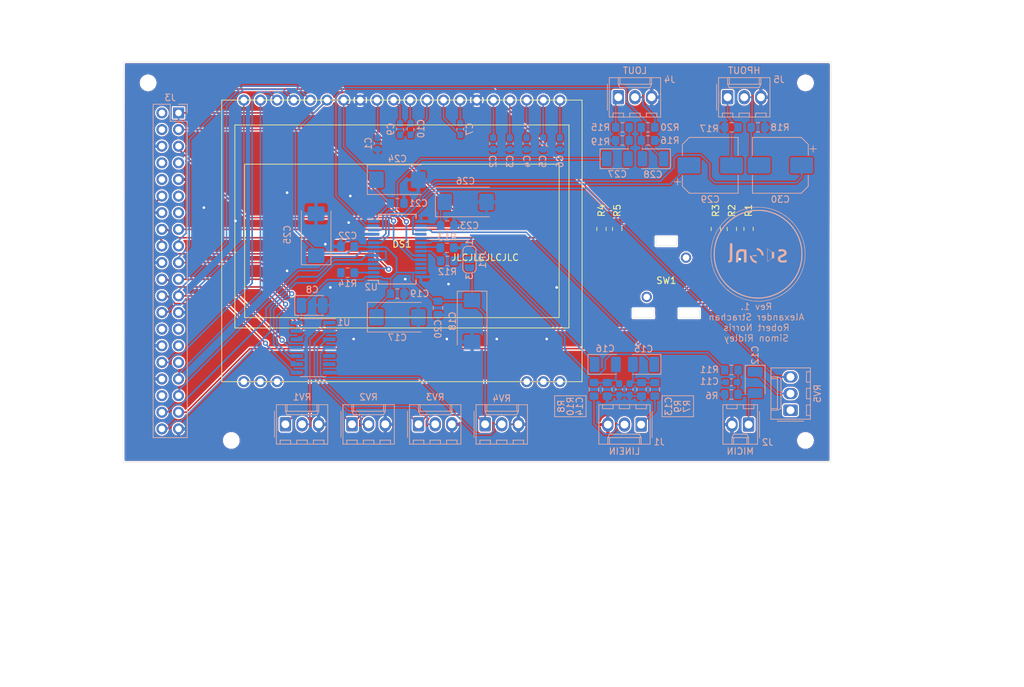
<source format=kicad_pcb>
(kicad_pcb (version 20171130) (host pcbnew "(5.1.5-0-10_14)")
  (layers (0 F.Cu signal) (31 B.Cu signal) (34 B.Paste user) (35 F.Paste user) (36 B.SilkS user) (37 F.SilkS user) (38 B.Mask user) (39 F.Mask user) (44 Edge.Cuts user))
  (net 0 "")
  (net 1 "Net-(C1-Pad1)")
  (net 2 GNDD)
  (net 3 "Net-(C2-Pad1)")
  (net 4 "Net-(C3-Pad1)")
  (net 5 "Net-(C4-Pad1)")
  (net 6 "Net-(C5-Pad1)")
  (net 7 "Net-(C6-Pad1)")
  (net 8 "Net-(C7-Pad1)")
  (net 9 "Net-(C7-Pad2)")
  (net 10 +3V3)
  (net 11 GNDA)
  (net 12 "Net-(C9-Pad1)")
  (net 13 "Net-(C10-Pad1)")
  (net 14 "Net-(C10-Pad2)")
  (net 15 "Net-(C11-Pad1)")
  (net 16 "Net-(C12-Pad1)")
  (net 17 "Net-(C13-Pad1)")
  (net 18 "Net-(C14-Pad1)")
  (net 19 /LLINEIN)
  (net 20 /RLINEIN)
  (net 21 "Net-(C23-Pad1)")
  (net 22 "Net-(C27-Pad2)")
  (net 23 /LOUT)
  (net 24 /ROUT)
  (net 25 "Net-(C28-Pad2)")
  (net 26 /LHPOUT)
  (net 27 "Net-(C29-Pad2)")
  (net 28 "Net-(C30-Pad2)")
  (net 29 /RHPOUT)
  (net 30 /DISP_~CS~)
  (net 31 "Net-(DS1-Pad1)")
  (net 32 /DISP_~RST~)
  (net 33 /DISP_MODE)
  (net 34 /DISP_SCK)
  (net 35 /DISP_MOSI)
  (net 36 "Net-(J1-Pad1)")
  (net 37 "Net-(J4-Pad2)")
  (net 38 /CODEC_SDA)
  (net 39 /CODEC_SCL)
  (net 40 /BCLK)
  (net 41 /CTRLLEFT)
  (net 42 /CTRLPUSH)
  (net 43 /CTRLUP)
  (net 44 /MISO)
  (net 45 /CTRLRIGHT)
  (net 46 /~CS~)
  (net 47 /LRC)
  (net 48 /CTRLDOWN)
  (net 49 /ADCDAT)
  (net 50 /DACDAT)
  (net 51 "Net-(JP1-Pad2)")
  (net 52 /MICBIAS)
  (net 53 "Net-(R12-Pad1)")
  (net 54 "Net-(R13-Pad1)")
  (net 55 /CLKOUT)
  (net 56 "Net-(R14-Pad2)")
  (net 57 /CTRLA)
  (net 58 /CTRLB)
  (net 59 /CTRLC)
  (net 60 /CTRLD)
  (net 61 "Net-(RV5-Pad1)")
  (net 62 /MICIN)
  (net 63 "Net-(U1-Pad5)")
  (net 64 "Net-(U1-Pad6)")
  (net 65 "Net-(U2-Pad25)")
  (net 66 "Net-(U2-Pad26)")
  (net 67 "Net-(J1-Pad2)")
  (net 68 "Net-(J3-Pad2)")
  (net 69 "Net-(J3-Pad4)")
  (net 70 "Net-(J3-Pad7)")
  (net 71 "Net-(J3-Pad8)")
  (net 72 "Net-(J3-Pad10)")
  (net 73 "Net-(J3-Pad11)")
  (net 74 "Net-(J3-Pad13)")
  (net 75 "Net-(J3-Pad27)")
  (net 76 "Net-(J3-Pad28)")
  (net 77 "Net-(J3-Pad29)")
  (net 78 "Net-(J3-Pad31)")
  (net 79 "Net-(J3-Pad36)")
  (net 80 "Net-(J4-Pad1)")
  (module MountingHole:MountingHole_2.2mm_M2 (layer F.Cu) (at 172.085 29.21)
    (fp_text reference REF** hide)
    (fp_text value MountingHole_2.2mm_M2)
    (pad 1 np_thru_hole circle (at 0 0) (size 2.2 2.2) (drill 2.2) (layers *.Cu *.Mask))
  )
  (module MountingHole:MountingHole_2.2mm_M2 (layer F.Cu) (at 172.085 83.82)
    (fp_text reference REF** hide)
    (fp_text value MountingHole_2.2mm_M2)
    (pad 1 np_thru_hole circle (at 0 0) (size 2.2 2.2) (drill 2.2) (layers *.Cu *.Mask))
  )
  (module MountingHole:MountingHole_2.2mm_M2 (layer F.Cu) (at 84.455 83.82)
    (fp_text reference REF** hide)
    (fp_text value MountingHole_2.2mm_M2)
    (pad 1 np_thru_hole circle (at 0 0) (size 2.2 2.2) (drill 2.2) (layers *.Cu *.Mask))
  )
  (module MountingHole:MountingHole_2.2mm_M2 (layer F.Cu) (at 71.755 29.21)
    (fp_text reference REF** hide)
    (fp_text value MountingHole_2.2mm_M2)
    (pad 1 np_thru_hole circle (at 0 0) (size 2.2 2.2) (drill 2.2) (layers *.Cu *.Mask))
  )
  (module signl:signl_logo (layer B.Cu) (at 164.846 55.372 180)
    (fp_text reference G*** hide)
    (fp_text value LOGO hide)
  )
  (module signl:DOGM128W (layer F.Cu) (at 110.49 53.34)
    (fp_text reference DS1 (at 0 0.5) (layer F.SilkS))
    (fp_text value DOGM128W-6)
    (pad 40 thru_hole circle (at -24.13 -21.5) (size 1.7 1.7) (drill 1) (layers *.Cu *.Mask) (net 30 /DISP_~CS~))
    (pad 19 thru_hole circle (at 21.59 21.5) (size 1.7 1.7) (drill 1) (layers *.Cu *.Mask) (net 31 "Net-(DS1-Pad1)"))
    (pad 20 thru_hole circle (at 24.13 21.5) (size 1.7 1.7) (drill 1) (layers *.Cu *.Mask) (net 31 "Net-(DS1-Pad1)"))
    (pad 1 thru_hole circle (at -24.13 21.5) (size 1.7 1.7) (drill 1) (layers *.Cu *.Mask) (net 31 "Net-(DS1-Pad1)"))
    (pad 2 thru_hole circle (at -21.59 21.5) (size 1.7 1.7) (drill 1) (layers *.Cu *.Mask) (net 31 "Net-(DS1-Pad1)"))
    (pad 3 thru_hole circle (at -19.05 21.5) (size 1.7 1.7) (drill 1) (layers *.Cu *.Mask) (net 31 "Net-(DS1-Pad1)"))
    (pad 18 thru_hole circle (at 19.05 21.5) (size 1.7 1.7) (drill 1) (layers *.Cu *.Mask) (net 31 "Net-(DS1-Pad1)"))
    (pad 39 thru_hole circle (at -21.59 -21.5) (size 1.7 1.7) (drill 1) (layers *.Cu *.Mask) (net 32 /DISP_~RST~))
    (pad 38 thru_hole circle (at -19.05 -21.5) (size 1.7 1.7) (drill 1) (layers *.Cu *.Mask) (net 33 /DISP_MODE))
    (pad 37 thru_hole circle (at -16.51 -21.5) (size 1.7 1.7) (drill 1) (layers *.Cu *.Mask) (net 34 /DISP_SCK))
    (pad 36 thru_hole circle (at -13.97 -21.5) (size 1.7 1.7) (drill 1) (layers *.Cu *.Mask) (net 35 /DISP_MOSI))
    (pad 35 thru_hole circle (at -11.43 -21.5) (size 1.7 1.7) (drill 1) (layers *.Cu *.Mask) (net 10 +3V3))
    (pad 34 thru_hole circle (at -8.89 -21.5) (size 1.7 1.7) (drill 1) (layers *.Cu *.Mask) (net 10 +3V3))
    (pad 33 thru_hole circle (at -6.35 -21.5) (size 1.7 1.7) (drill 1) (layers *.Cu *.Mask) (net 2 GNDD))
    (pad 32 thru_hole circle (at -3.81 -21.5) (size 1.7 1.7) (drill 1) (layers *.Cu *.Mask) (net 1 "Net-(C1-Pad1)"))
    (pad 31 thru_hole circle (at -1.27 -21.5) (size 1.7 1.7) (drill 1) (layers *.Cu *.Mask) (net 12 "Net-(C9-Pad1)"))
    (pad 30 thru_hole circle (at 1.27 -21.5) (size 1.7 1.7) (drill 1) (layers *.Cu *.Mask) (net 13 "Net-(C10-Pad1)"))
    (pad 29 thru_hole circle (at 3.81 -21.5) (size 1.7 1.7) (drill 1) (layers *.Cu *.Mask) (net 14 "Net-(C10-Pad2)"))
    (pad 28 thru_hole circle (at 6.35 -21.5) (size 1.7 1.7) (drill 1) (layers *.Cu *.Mask) (net 8 "Net-(C7-Pad1)"))
    (pad 27 thru_hole circle (at 8.89 -21.5) (size 1.7 1.7) (drill 1) (layers *.Cu *.Mask) (net 9 "Net-(C7-Pad2)"))
    (pad 26 thru_hole circle (at 11.43 -21.5) (size 1.7 1.7) (drill 1) (layers *.Cu *.Mask) (net 2 GNDD))
    (pad 25 thru_hole circle (at 13.97 -21.5) (size 1.7 1.7) (drill 1) (layers *.Cu *.Mask) (net 3 "Net-(C2-Pad1)"))
    (pad 24 thru_hole circle (at 16.51 -21.5) (size 1.7 1.7) (drill 1) (layers *.Cu *.Mask) (net 4 "Net-(C3-Pad1)"))
    (pad 23 thru_hole circle (at 19.05 -21.5) (size 1.7 1.7) (drill 1) (layers *.Cu *.Mask) (net 5 "Net-(C4-Pad1)"))
    (pad 22 thru_hole circle (at 21.59 -21.5) (size 1.7 1.7) (drill 1) (layers *.Cu *.Mask) (net 6 "Net-(C5-Pad1)"))
    (pad 21 thru_hole circle (at 24.13 -21.5) (size 1.7 1.7) (drill 1) (layers *.Cu *.Mask) (net 7 "Net-(C6-Pad1)"))
  )
  (module Resistor_SMD:R_0805_2012Metric_Pad1.15x1.40mm_HandSolder (layer B.Cu) (at 144.145 38 180)
    (fp_text reference R15 (at 3.345 2) (layer B.SilkS) (effects (justify mirror)))
    (fp_text value 47k)
    (pad 1 smd roundrect (at -1.025 0 180) (size 1.15 1.4) (layers B.Cu B.Paste B.Mask) (roundrect_rratio 0.217391) (net 22 "Net-(C27-Pad2)"))
    (pad 2 smd roundrect (at 1.025 0 180) (size 1.15 1.4) (layers B.Cu B.Paste B.Mask) (roundrect_rratio 0.217391) (net 11 GNDA))
  )
  (module Capacitor_Tantalum_SMD:CP_EIA-7343-15_Kemet-W_Pad2.25x2.55mm_HandSolder (layer B.Cu) (at 109.8 65)
    (fp_text reference C17 (at 0 3.1) (layer B.SilkS) (effects (justify mirror)))
    (fp_text value 10u)
    (pad 2 smd roundrect (at 3.2 0) (size 2.25 2.55) (layers B.Cu B.Paste B.Mask) (roundrect_rratio 0.111111) (net 2 GNDD))
    (pad 1 smd roundrect (at -3.2 0) (size 2.25 2.55) (layers B.Cu B.Paste B.Mask) (roundrect_rratio 0.111111) (net 10 +3V3))
  )
  (module Capacitor_SMD:C_0805_2012Metric_Pad1.15x1.40mm_HandSolder (layer B.Cu) (at 109.78 61.4)
    (fp_text reference C19 (at 3.42 0) (layer B.SilkS) (effects (justify mirror)))
    (fp_text value 0.1u)
    (pad 1 smd roundrect (at -1.025 0) (size 1.15 1.4) (layers B.Cu B.Paste B.Mask) (roundrect_rratio 0.217391) (net 10 +3V3))
    (pad 2 smd roundrect (at 1.025 0) (size 1.15 1.4) (layers B.Cu B.Paste B.Mask) (roundrect_rratio 0.217391) (net 2 GNDD))
  )
  (module Capacitor_SMD:C_0603_1608Metric_Pad1.05x0.95mm_HandSolder (layer B.Cu) (at 106.8 38.475 270)
    (fp_text reference C1 (at 0 1.43 90) (layer B.SilkS) (effects (justify mirror)))
    (fp_text value 1u)
    (pad 1 smd roundrect (at -0.875 0 270) (size 1.05 0.95) (layers B.Cu B.Paste B.Mask) (net 1 "Net-(C1-Pad1)"))
    (pad 2 smd roundrect (at 0.875 0 270) (size 1.05 0.95) (layers B.Cu B.Paste B.Mask) (net 2 GNDD))
  )
  (module Capacitor_SMD:C_0603_1608Metric_Pad1.05x0.95mm_HandSolder (layer B.Cu) (at 124.4 38.475 270)
    (fp_text reference C2 (at 2.725 0 90) (layer B.SilkS) (effects (justify mirror)))
    (fp_text value 1u)
    (pad 2 smd roundrect (at 0.875 0 270) (size 1.05 0.95) (layers B.Cu B.Paste B.Mask) (net 2 GNDD))
    (pad 1 smd roundrect (at -0.875 0 270) (size 1.05 0.95) (layers B.Cu B.Paste B.Mask) (net 3 "Net-(C2-Pad1)"))
  )
  (module Capacitor_SMD:C_0603_1608Metric_Pad1.05x0.95mm_HandSolder (layer B.Cu) (at 126.95 38.475 270)
    (fp_text reference C3 (at 2.725 -0.05 90) (layer B.SilkS) (effects (justify mirror)))
    (fp_text value 1u)
    (pad 1 smd roundrect (at -0.875 0 270) (size 1.05 0.95) (layers B.Cu B.Paste B.Mask) (net 4 "Net-(C3-Pad1)"))
    (pad 2 smd roundrect (at 0.875 0 270) (size 1.05 0.95) (layers B.Cu B.Paste B.Mask) (net 2 GNDD))
  )
  (module Capacitor_SMD:C_0603_1608Metric_Pad1.05x0.95mm_HandSolder (layer B.Cu) (at 129.5 38.475 270)
    (fp_text reference C4 (at 2.725 -0.1 90) (layer B.SilkS) (effects (justify mirror)))
    (fp_text value 1u)
    (pad 2 smd roundrect (at 0.875 0 270) (size 1.05 0.95) (layers B.Cu B.Paste B.Mask) (net 2 GNDD))
    (pad 1 smd roundrect (at -0.875 0 270) (size 1.05 0.95) (layers B.Cu B.Paste B.Mask) (net 5 "Net-(C4-Pad1)"))
  )
  (module Capacitor_SMD:C_0603_1608Metric_Pad1.05x0.95mm_HandSolder (layer B.Cu) (at 132.05 38.475 270)
    (fp_text reference C5 (at 2.725 0.05 90) (layer B.SilkS) (effects (justify mirror)))
    (fp_text value 1u)
    (pad 1 smd roundrect (at -0.875 0 270) (size 1.05 0.95) (layers B.Cu B.Paste B.Mask) (net 6 "Net-(C5-Pad1)"))
    (pad 2 smd roundrect (at 0.875 0 270) (size 1.05 0.95) (layers B.Cu B.Paste B.Mask) (net 2 GNDD))
  )
  (module Capacitor_SMD:C_0603_1608Metric_Pad1.05x0.95mm_HandSolder (layer B.Cu) (at 134.6 38.475 270)
    (fp_text reference C6 (at 2.725 0 90) (layer B.SilkS) (effects (justify mirror)))
    (fp_text value 1u)
    (pad 2 smd roundrect (at 0.875 0 270) (size 1.05 0.95) (layers B.Cu B.Paste B.Mask) (net 2 GNDD))
    (pad 1 smd roundrect (at -0.875 0 270) (size 1.05 0.95) (layers B.Cu B.Paste B.Mask) (net 7 "Net-(C6-Pad1)"))
  )
  (module Capacitor_SMD:C_0603_1608Metric_Pad1.05x0.95mm_HandSolder (layer B.Cu) (at 119.4 36.275 90)
    (fp_text reference C7 (at 0 1.43 90) (layer B.SilkS) (effects (justify mirror)))
    (fp_text value 1u)
    (pad 1 smd roundrect (at -0.875 0 90) (size 1.05 0.95) (layers B.Cu B.Paste B.Mask) (net 8 "Net-(C7-Pad1)"))
    (pad 2 smd roundrect (at 0.875 0 90) (size 1.05 0.95) (layers B.Cu B.Paste B.Mask) (net 9 "Net-(C7-Pad2)"))
  )
  (module Capacitor_Tantalum_SMD:CP_EIA-3528-12_Kemet-T_Pad1.50x2.35mm_HandSolder (layer B.Cu) (at 96.775 63.2)
    (fp_text reference C8 (at 0.025 -2.4 180) (layer B.SilkS) (effects (justify mirror)))
    (fp_text value 1u)
    (pad 1 smd roundrect (at -1.625 0) (size 1.5 2.35) (layers B.Cu B.Paste B.Mask) (roundrect_rratio 0.166667) (net 10 +3V3))
    (pad 2 smd roundrect (at 1.625 0) (size 1.5 2.35) (layers B.Cu B.Paste B.Mask) (roundrect_rratio 0.166667) (net 11 GNDA))
  )
  (module Capacitor_SMD:C_0603_1608Metric_Pad1.05x0.95mm_HandSolder (layer B.Cu) (at 110.2 36.275 270)
    (fp_text reference C9 (at 0 1.43 90) (layer B.SilkS) (effects (justify mirror)))
    (fp_text value 1u)
    (pad 1 smd roundrect (at -0.875 0 270) (size 1.05 0.95) (layers B.Cu B.Paste B.Mask) (net 12 "Net-(C9-Pad1)"))
    (pad 2 smd roundrect (at 0.875 0 270) (size 1.05 0.95) (layers B.Cu B.Paste B.Mask) (net 13 "Net-(C10-Pad1)"))
  )
  (module Capacitor_SMD:C_0603_1608Metric_Pad1.05x0.95mm_HandSolder (layer B.Cu) (at 111.8 36.275 270)
    (fp_text reference C10 (at -0.075 -1.6 90) (layer B.SilkS) (effects (justify mirror)))
    (fp_text value 1u)
    (pad 2 smd roundrect (at 0.875 0 270) (size 1.05 0.95) (layers B.Cu B.Paste B.Mask) (net 14 "Net-(C10-Pad2)"))
    (pad 1 smd roundrect (at -0.875 0 270) (size 1.05 0.95) (layers B.Cu B.Paste B.Mask) (net 13 "Net-(C10-Pad1)"))
  )
  (module Capacitor_SMD:C_0603_1608Metric_Pad1.05x0.95mm_HandSolder (layer B.Cu) (at 160.775 74.9275 180)
    (fp_text reference C11 (at 3.375 0.1275) (layer B.SilkS) (effects (justify mirror)))
    (fp_text value 220p)
    (pad 2 smd roundrect (at 0.875 0 180) (size 1.05 0.95) (layers B.Cu B.Paste B.Mask) (net 11 GNDA))
    (pad 1 smd roundrect (at -0.875 0 180) (size 1.05 0.95) (layers B.Cu B.Paste B.Mask) (net 15 "Net-(C11-Pad1)"))
  )
  (module Capacitor_Tantalum_SMD:CP_EIA-3528-12_Kemet-T_Pad1.50x2.35mm_HandSolder (layer B.Cu) (at 164.4 74.975 270)
    (fp_text reference C12 (at -4.175 0 90) (layer B.SilkS) (effects (justify mirror)))
    (fp_text value 1u)
    (pad 1 smd roundrect (at -1.625 0 270) (size 1.5 2.35) (layers B.Cu B.Paste B.Mask) (roundrect_rratio 0.166667) (net 16 "Net-(C12-Pad1)"))
    (pad 2 smd roundrect (at 1.625 0 270) (size 1.5 2.35) (layers B.Cu B.Paste B.Mask) (roundrect_rratio 0.166667) (net 15 "Net-(C11-Pad1)"))
  )
  (module Capacitor_SMD:C_0603_1608Metric_Pad1.05x0.95mm_HandSolder (layer B.Cu) (at 145.245 76.025 270)
    (fp_text reference C13 (at 2.575 -5.955 90) (layer B.SilkS) (effects (justify mirror)))
    (fp_text value 220p)
    (pad 1 smd roundrect (at -0.875 0 270) (size 1.05 0.95) (layers B.Cu B.Paste B.Mask) (net 17 "Net-(C13-Pad1)"))
    (pad 2 smd roundrect (at 0.875 0 270) (size 1.05 0.95) (layers B.Cu B.Paste B.Mask) (net 11 GNDA))
  )
  (module Capacitor_SMD:C_0603_1608Metric_Pad1.05x0.95mm_HandSolder (layer B.Cu) (at 143.65 76.025 270)
    (fp_text reference C14 (at 2.575 6.05 90) (layer B.SilkS) (effects (justify mirror)))
    (fp_text value 220p)
    (pad 2 smd roundrect (at 0.875 0 270) (size 1.05 0.95) (layers B.Cu B.Paste B.Mask) (net 11 GNDA))
    (pad 1 smd roundrect (at -0.875 0 270) (size 1.05 0.95) (layers B.Cu B.Paste B.Mask) (net 18 "Net-(C14-Pad1)"))
  )
  (module Capacitor_Tantalum_SMD:CP_EIA-3528-12_Kemet-T_Pad1.50x2.35mm_HandSolder (layer B.Cu) (at 147.375 72.2 180)
    (fp_text reference C15 (at 0 2.35 180) (layer B.SilkS) (effects (justify mirror)))
    (fp_text value 1u)
    (pad 2 smd roundrect (at 1.625 0 180) (size 1.5 2.35) (layers B.Cu B.Paste B.Mask) (roundrect_rratio 0.166667) (net 17 "Net-(C13-Pad1)"))
    (pad 1 smd roundrect (at -1.625 0 180) (size 1.5 2.35) (layers B.Cu B.Paste B.Mask) (roundrect_rratio 0.166667) (net 19 /LLINEIN))
  )
  (module Capacitor_Tantalum_SMD:CP_EIA-3528-12_Kemet-T_Pad1.50x2.35mm_HandSolder (layer B.Cu) (at 141.52 72.2)
    (fp_text reference C16 (at 0 -2.4 180) (layer B.SilkS) (effects (justify mirror)))
    (fp_text value 1u)
    (pad 2 smd roundrect (at 1.625 0) (size 1.5 2.35) (layers B.Cu B.Paste B.Mask) (roundrect_rratio 0.166667) (net 18 "Net-(C14-Pad1)"))
    (pad 1 smd roundrect (at -1.625 0) (size 1.5 2.35) (layers B.Cu B.Paste B.Mask) (roundrect_rratio 0.166667) (net 20 /RLINEIN))
  )
  (module Capacitor_Tantalum_SMD:CP_EIA-7343-15_Kemet-W_Pad2.25x2.55mm_HandSolder (layer B.Cu) (at 121.2 65.6 270)
    (fp_text reference C18 (at 0 3 90) (layer B.SilkS) (effects (justify mirror)))
    (fp_text value 10u)
    (pad 1 smd roundrect (at -3.2 0 270) (size 2.25 2.55) (layers B.Cu B.Paste B.Mask) (roundrect_rratio 0.111111) (net 10 +3V3))
    (pad 2 smd roundrect (at 3.2 0 270) (size 2.25 2.55) (layers B.Cu B.Paste B.Mask) (roundrect_rratio 0.111111) (net 2 GNDD))
  )
  (module Capacitor_SMD:C_0805_2012Metric_Pad1.15x1.40mm_HandSolder (layer B.Cu) (at 116 63.575 90)
    (fp_text reference C20 (at -3.225 0 90) (layer B.SilkS) (effects (justify mirror)))
    (fp_text value 0.1u)
    (pad 1 smd roundrect (at -1.025 0 90) (size 1.15 1.4) (layers B.Cu B.Paste B.Mask) (roundrect_rratio 0.217391) (net 2 GNDD))
    (pad 2 smd roundrect (at 1.025 0 90) (size 1.15 1.4) (layers B.Cu B.Paste B.Mask) (roundrect_rratio 0.217391) (net 10 +3V3))
  )
  (module Capacitor_SMD:C_0805_2012Metric_Pad1.15x1.40mm_HandSolder (layer B.Cu) (at 109.78 47.6)
    (fp_text reference C21 (at 3.22 0) (layer B.SilkS) (effects (justify mirror)))
    (fp_text value 0.1u)
    (pad 2 smd roundrect (at 1.025 0) (size 1.15 1.4) (layers B.Cu B.Paste B.Mask) (roundrect_rratio 0.217391) (net 11 GNDA))
    (pad 1 smd roundrect (at -1.025 0) (size 1.15 1.4) (layers B.Cu B.Paste B.Mask) (roundrect_rratio 0.217391) (net 10 +3V3))
  )
  (module Capacitor_SMD:C_0805_2012Metric_Pad1.15x1.40mm_HandSolder (layer B.Cu) (at 102.2 54.2 180)
    (fp_text reference C22 (at 0 1.65) (layer B.SilkS) (effects (justify mirror)))
    (fp_text value 0.1u)
    (pad 2 smd roundrect (at 1.025 0 180) (size 1.15 1.4) (layers B.Cu B.Paste B.Mask) (roundrect_rratio 0.217391) (net 11 GNDA))
    (pad 1 smd roundrect (at -1.025 0 180) (size 1.15 1.4) (layers B.Cu B.Paste B.Mask) (roundrect_rratio 0.217391) (net 10 +3V3))
  )
  (module Capacitor_SMD:C_0805_2012Metric_Pad1.15x1.40mm_HandSolder (layer B.Cu) (at 117.425 51)
    (fp_text reference C23 (at 3.375 0) (layer B.SilkS) (effects (justify mirror)))
    (fp_text value 0.1u)
    (pad 1 smd roundrect (at -1.025 0) (size 1.15 1.4) (layers B.Cu B.Paste B.Mask) (roundrect_rratio 0.217391) (net 21 "Net-(C23-Pad1)"))
    (pad 2 smd roundrect (at 1.025 0) (size 1.15 1.4) (layers B.Cu B.Paste B.Mask) (roundrect_rratio 0.217391) (net 11 GNDA))
  )
  (module Capacitor_Tantalum_SMD:CP_EIA-7343-15_Kemet-W_Pad2.25x2.55mm_HandSolder (layer B.Cu) (at 109.8 44)
    (fp_text reference C24 (at 0 -3.2) (layer B.SilkS) (effects (justify mirror)))
    (fp_text value 10u)
    (pad 1 smd roundrect (at -3.2 0) (size 2.25 2.55) (layers B.Cu B.Paste B.Mask) (roundrect_rratio 0.111111) (net 10 +3V3))
    (pad 2 smd roundrect (at 3.2 0) (size 2.25 2.55) (layers B.Cu B.Paste B.Mask) (roundrect_rratio 0.111111) (net 11 GNDA))
  )
  (module Capacitor_Tantalum_SMD:CP_EIA-7343-15_Kemet-W_Pad2.25x2.55mm_HandSolder (layer B.Cu) (at 97.4 52.4 90)
    (fp_text reference C25 (at 0 -4.4 90) (layer B.SilkS) (effects (justify mirror)))
    (fp_text value 10u)
    (pad 2 smd roundrect (at 3.2 0 90) (size 2.25 2.55) (layers B.Cu B.Paste B.Mask) (roundrect_rratio 0.111111) (net 11 GNDA))
    (pad 1 smd roundrect (at -3.2 0 90) (size 2.25 2.55) (layers B.Cu B.Paste B.Mask) (roundrect_rratio 0.111111) (net 10 +3V3))
  )
  (module Capacitor_Tantalum_SMD:CP_EIA-7343-15_Kemet-W_Pad2.25x2.55mm_HandSolder (layer B.Cu) (at 120.2 47.4)
    (fp_text reference C26 (at 0 -3.2) (layer B.SilkS) (effects (justify mirror)))
    (fp_text value 10u)
    (pad 1 smd roundrect (at -3.2 0) (size 2.25 2.55) (layers B.Cu B.Paste B.Mask) (roundrect_rratio 0.111111) (net 21 "Net-(C23-Pad1)"))
    (pad 2 smd roundrect (at 3.2 0) (size 2.25 2.55) (layers B.Cu B.Paste B.Mask) (roundrect_rratio 0.111111) (net 11 GNDA))
  )
  (module Capacitor_Tantalum_SMD:CP_EIA-3528-12_Kemet-T_Pad1.50x2.35mm_HandSolder (layer B.Cu) (at 143.375 40.8)
    (fp_text reference C27 (at 0 2.35) (layer B.SilkS) (effects (justify mirror)))
    (fp_text value 1u)
    (pad 2 smd roundrect (at 1.625 0) (size 1.5 2.35) (layers B.Cu B.Paste B.Mask) (roundrect_rratio 0.166667) (net 22 "Net-(C27-Pad2)"))
    (pad 1 smd roundrect (at -1.625 0) (size 1.5 2.35) (layers B.Cu B.Paste B.Mask) (roundrect_rratio 0.166667) (net 23 /LOUT))
  )
  (module Capacitor_Tantalum_SMD:CP_EIA-3528-12_Kemet-T_Pad1.50x2.35mm_HandSolder (layer B.Cu) (at 148.825 40.8 180)
    (fp_text reference C28 (at 0.025 -2.4) (layer B.SilkS) (effects (justify mirror)))
    (fp_text value 1u)
    (pad 1 smd roundrect (at -1.625 0 180) (size 1.5 2.35) (layers B.Cu B.Paste B.Mask) (roundrect_rratio 0.166667) (net 24 /ROUT))
    (pad 2 smd roundrect (at 1.625 0 180) (size 1.5 2.35) (layers B.Cu B.Paste B.Mask) (roundrect_rratio 0.166667) (net 25 "Net-(C28-Pad2)"))
  )
  (module Capacitor_SMD:CP_Elec_8x10 (layer B.Cu) (at 157.55 41.8)
    (fp_text reference C29 (at 0 5.2) (layer B.SilkS) (effects (justify mirror)))
    (fp_text value 220u)
    (pad 1 smd roundrect (at -3.25 0) (size 3.5 2.5) (layers B.Cu B.Paste B.Mask) (roundrect_rratio 0.1) (net 26 /LHPOUT))
    (pad 2 smd roundrect (at 3.25 0) (size 3.5 2.5) (layers B.Cu B.Paste B.Mask) (roundrect_rratio 0.1) (net 27 "Net-(C29-Pad2)"))
  )
  (module Capacitor_SMD:CP_Elec_8x10 (layer B.Cu) (at 168.25 41.8 180)
    (fp_text reference C30 (at 0 -5.2) (layer B.SilkS) (effects (justify mirror)))
    (fp_text value 220u)
    (pad 2 smd roundrect (at 3.25 0 180) (size 3.5 2.5) (layers B.Cu B.Paste B.Mask) (roundrect_rratio 0.1) (net 28 "Net-(C30-Pad2)"))
    (pad 1 smd roundrect (at -3.25 0 180) (size 3.5 2.5) (layers B.Cu B.Paste B.Mask) (roundrect_rratio 0.1) (net 29 /RHPOUT))
  )
  (module Connector_Molex:Molex_KK-254_AE-6410-02A_1x02_P2.54mm_Vertical (layer B.Cu) (at 163.4 81.4 180)
    (fp_text reference J2 (at -2.9 -2.7) (layer B.SilkS) (effects (justify mirror)))
    (fp_text value MICIN (at 1.27 -4.08) (layer B.SilkS) (effects (justify mirror)))
    (pad 2 thru_hole oval (at 2.54 0 180) (size 1.74 2.2) (drill 1.2) (layers *.Cu *.Mask) (net 11 GNDA))
    (pad 1 thru_hole roundrect (at 0 0 180) (size 1.74 2.2) (drill 1.2) (layers *.Cu *.Mask) (roundrect_rratio 0.143678) (net 15 "Net-(C11-Pad1)"))
  )
  (module Jumper:SolderJumper-3_P1.3mm_Open_RoundedPad1.0x1.5mm_NumberLabels (layer B.Cu) (at 120.8 56.2 270)
    (fp_text reference JP1 (at 0 -2 90) (layer B.SilkS) (effects (justify mirror)))
    (fp_text value I2C_ADD)
    (fp_text user 3 (at 2.6 0 90) (layer B.SilkS) (effects (justify mirror)))
    (fp_text user 1 (at -2.6 0 90) (layer B.SilkS) (effects (justify mirror)))
    (pad 1 smd custom (at -1.3 0 270) (size 1 0.5) (layers B.Cu B.Mask) (net 2 GNDD) (options (clearance outline) (anchor rect)) (primitives (gr_circle (center 0 -0.25) (end 0.5 -0.25) (width 0)) (gr_circle (center 0 0.25) (end 0.5 0.25) (width 0)) (gr_poly (pts (xy 0.55 0.75) (xy 0 0.75) (xy 0 -0.75) (xy 0.55 -0.75)) (width 0))))
    (pad 3 smd custom (at 1.3 0 270) (size 1 0.5) (layers B.Cu B.Mask) (net 10 +3V3) (options (clearance outline) (anchor rect)) (primitives (gr_circle (center 0 -0.25) (end 0.5 -0.25) (width 0)) (gr_circle (center 0 0.25) (end 0.5 0.25) (width 0)) (gr_poly (pts (xy -0.55 0.75) (xy 0 0.75) (xy 0 -0.75) (xy -0.55 -0.75)) (width 0))))
    (pad 2 smd rect (at 0 0 270) (size 1 1.5) (layers B.Cu B.Mask) (net 51 "Net-(JP1-Pad2)"))
  )
  (module Resistor_SMD:R_0805_2012Metric_Pad1.15x1.40mm_HandSolder (layer F.Cu) (at 163.4 51.5 270)
    (fp_text reference R1 (at -2.8 0 90) (layer F.SilkS))
    (fp_text value 10k)
    (pad 2 smd roundrect (at 1.025 0 270) (size 1.15 1.4) (layers F.Cu F.Paste F.Mask) (roundrect_rratio 0.217391) (net 48 /CTRLDOWN))
    (pad 1 smd roundrect (at -1.025 0 270) (size 1.15 1.4) (layers F.Cu F.Paste F.Mask) (roundrect_rratio 0.217391) (net 10 +3V3))
  )
  (module Resistor_SMD:R_0805_2012Metric_Pad1.15x1.40mm_HandSolder (layer F.Cu) (at 160.85 51.525 270)
    (fp_text reference R2 (at -2.8 0 270) (layer F.SilkS))
    (fp_text value 10k)
    (pad 2 smd roundrect (at 1.025 0 270) (size 1.15 1.4) (layers F.Cu F.Paste F.Mask) (roundrect_rratio 0.217391) (net 45 /CTRLRIGHT))
    (pad 1 smd roundrect (at -1.025 0 270) (size 1.15 1.4) (layers F.Cu F.Paste F.Mask) (roundrect_rratio 0.217391) (net 10 +3V3))
  )
  (module Resistor_SMD:R_0805_2012Metric_Pad1.15x1.40mm_HandSolder (layer F.Cu) (at 158.4 51.525 270)
    (fp_text reference R3 (at -2.8 0 90) (layer F.SilkS))
    (fp_text value 10k)
    (pad 1 smd roundrect (at -1.025 0 270) (size 1.15 1.4) (layers F.Cu F.Paste F.Mask) (roundrect_rratio 0.217391) (net 10 +3V3))
    (pad 2 smd roundrect (at 1.025 0 270) (size 1.15 1.4) (layers F.Cu F.Paste F.Mask) (roundrect_rratio 0.217391) (net 43 /CTRLUP))
  )
  (module Resistor_SMD:R_0805_2012Metric_Pad1.15x1.40mm_HandSolder (layer F.Cu) (at 140.95 51.525 270)
    (fp_text reference R4 (at -2.825 0 270) (layer F.SilkS))
    (fp_text value 10k)
    (pad 1 smd roundrect (at -1.025 0 270) (size 1.15 1.4) (layers F.Cu F.Paste F.Mask) (roundrect_rratio 0.217391) (net 10 +3V3))
    (pad 2 smd roundrect (at 1.025 0 270) (size 1.15 1.4) (layers F.Cu F.Paste F.Mask) (roundrect_rratio 0.217391) (net 42 /CTRLPUSH))
  )
  (module Resistor_SMD:R_0805_2012Metric_Pad1.15x1.40mm_HandSolder (layer F.Cu) (at 143.35 51.525 270)
    (fp_text reference R5 (at -2.825 0 270) (layer F.SilkS))
    (fp_text value 10k)
    (pad 1 smd roundrect (at -1.025 0 270) (size 1.15 1.4) (layers F.Cu F.Paste F.Mask) (roundrect_rratio 0.217391) (net 10 +3V3))
    (pad 2 smd roundrect (at 1.025 0 270) (size 1.15 1.4) (layers F.Cu F.Paste F.Mask) (roundrect_rratio 0.217391) (net 41 /CTRLLEFT))
  )
  (module Resistor_SMD:R_0805_2012Metric_Pad1.15x1.40mm_HandSolder (layer B.Cu) (at 160.775 76.8 180)
    (fp_text reference R6 (at 2.975 -0.2 180) (layer B.SilkS) (effects (justify mirror)))
    (fp_text value 47k)
    (pad 2 smd roundrect (at 1.025 0 180) (size 1.15 1.4) (layers B.Cu B.Paste B.Mask) (roundrect_rratio 0.217391) (net 11 GNDA))
    (pad 1 smd roundrect (at -1.025 0 180) (size 1.15 1.4) (layers B.Cu B.Paste B.Mask) (roundrect_rratio 0.217391) (net 15 "Net-(C11-Pad1)"))
  )
  (module Resistor_SMD:R_0805_2012Metric_Pad1.15x1.40mm_HandSolder (layer B.Cu) (at 149.095 76.025 270)
    (fp_text reference R7 (at 2.575 -4.905 90) (layer B.SilkS) (effects (justify mirror)))
    (fp_text value 5.6k)
    (pad 2 smd roundrect (at 1.025 0 270) (size 1.15 1.4) (layers B.Cu B.Paste B.Mask) (roundrect_rratio 0.217391) (net 36 "Net-(J1-Pad1)"))
    (pad 1 smd roundrect (at -1.025 0 270) (size 1.15 1.4) (layers B.Cu B.Paste B.Mask) (roundrect_rratio 0.217391) (net 17 "Net-(C13-Pad1)"))
  )
  (module Resistor_SMD:R_0805_2012Metric_Pad1.15x1.40mm_HandSolder (layer B.Cu) (at 139.8 76.025 270)
    (fp_text reference R8 (at 2.575 5 90) (layer B.SilkS) (effects (justify mirror)))
    (fp_text value 5.6k)
    (pad 2 smd roundrect (at 1.025 0 270) (size 1.15 1.4) (layers B.Cu B.Paste B.Mask) (roundrect_rratio 0.217391) (net 67 "Net-(J1-Pad2)"))
    (pad 1 smd roundrect (at -1.025 0 270) (size 1.15 1.4) (layers B.Cu B.Paste B.Mask) (roundrect_rratio 0.217391) (net 18 "Net-(C14-Pad1)"))
  )
  (module Resistor_SMD:R_0805_2012Metric_Pad1.15x1.40mm_HandSolder (layer B.Cu) (at 147.06 76.025 270)
    (fp_text reference R9 (at 2.575 -5.54 90) (layer B.SilkS) (effects (justify mirror)))
    (fp_text value 5.6k)
    (pad 2 smd roundrect (at 1.025 0 270) (size 1.15 1.4) (layers B.Cu B.Paste B.Mask) (roundrect_rratio 0.217391) (net 11 GNDA))
    (pad 1 smd roundrect (at -1.025 0 270) (size 1.15 1.4) (layers B.Cu B.Paste B.Mask) (roundrect_rratio 0.217391) (net 17 "Net-(C13-Pad1)"))
  )
  (module Resistor_SMD:R_0805_2012Metric_Pad1.15x1.40mm_HandSolder (layer B.Cu) (at 141.835 76.025 270)
    (fp_text reference R10 (at 2.575 5.635 90) (layer B.SilkS) (effects (justify mirror)))
    (fp_text value 5.6k)
    (pad 1 smd roundrect (at -1.025 0 270) (size 1.15 1.4) (layers B.Cu B.Paste B.Mask) (roundrect_rratio 0.217391) (net 18 "Net-(C14-Pad1)"))
    (pad 2 smd roundrect (at 1.025 0 270) (size 1.15 1.4) (layers B.Cu B.Paste B.Mask) (roundrect_rratio 0.217391) (net 11 GNDA))
  )
  (module Resistor_SMD:R_0805_2012Metric_Pad1.15x1.40mm_HandSolder (layer B.Cu) (at 160.775 73.055 180)
    (fp_text reference R11 (at 3.375 0.055) (layer B.SilkS) (effects (justify mirror)))
    (fp_text value 680)
    (pad 1 smd roundrect (at -1.025 0 180) (size 1.15 1.4) (layers B.Cu B.Paste B.Mask) (roundrect_rratio 0.217391) (net 15 "Net-(C11-Pad1)"))
    (pad 2 smd roundrect (at 1.025 0 180) (size 1.15 1.4) (layers B.Cu B.Paste B.Mask) (roundrect_rratio 0.217391) (net 52 /MICBIAS))
  )
  (module Resistor_SMD:R_0805_2012Metric_Pad1.15x1.40mm_HandSolder (layer B.Cu) (at 117.425 56.4)
    (fp_text reference R12 (at 0 1.65) (layer B.SilkS) (effects (justify mirror)))
    (fp_text value 10k)
    (pad 2 smd roundrect (at 1.025 0) (size 1.15 1.4) (layers B.Cu B.Paste B.Mask) (roundrect_rratio 0.217391) (net 51 "Net-(JP1-Pad2)"))
    (pad 1 smd roundrect (at -1.025 0) (size 1.15 1.4) (layers B.Cu B.Paste B.Mask) (roundrect_rratio 0.217391) (net 53 "Net-(R12-Pad1)"))
  )
  (module Resistor_SMD:R_0805_2012Metric_Pad1.15x1.40mm_HandSolder (layer B.Cu) (at 117.375 54.4)
    (fp_text reference R13 (at 0 -1.65) (layer B.SilkS) (effects (justify mirror)))
    (fp_text value 10k)
    (pad 1 smd roundrect (at -1.025 0) (size 1.15 1.4) (layers B.Cu B.Paste B.Mask) (roundrect_rratio 0.217391) (net 54 "Net-(R13-Pad1)"))
    (pad 2 smd roundrect (at 1.025 0) (size 1.15 1.4) (layers B.Cu B.Paste B.Mask) (roundrect_rratio 0.217391) (net 2 GNDD))
  )
  (module Resistor_SMD:R_0805_2012Metric_Pad1.15x1.40mm_HandSolder (layer B.Cu) (at 102.2 58.2)
    (fp_text reference R14 (at 0 1.65) (layer B.SilkS) (effects (justify mirror)))
    (fp_text value 100)
    (pad 1 smd roundrect (at -1.025 0) (size 1.15 1.4) (layers B.Cu B.Paste B.Mask) (roundrect_rratio 0.217391) (net 55 /CLKOUT))
    (pad 2 smd roundrect (at 1.025 0) (size 1.15 1.4) (layers B.Cu B.Paste B.Mask) (roundrect_rratio 0.217391) (net 56 "Net-(R14-Pad2)"))
  )
  (module Resistor_SMD:R_0805_2012Metric_Pad1.15x1.40mm_HandSolder (layer B.Cu) (at 148.055 38)
    (fp_text reference R16 (at 3.345 0) (layer B.SilkS) (effects (justify mirror)))
    (fp_text value 47k)
    (pad 1 smd roundrect (at -1.025 0) (size 1.15 1.4) (layers B.Cu B.Paste B.Mask) (roundrect_rratio 0.217391) (net 25 "Net-(C28-Pad2)"))
    (pad 2 smd roundrect (at 1.025 0) (size 1.15 1.4) (layers B.Cu B.Paste B.Mask) (roundrect_rratio 0.217391) (net 11 GNDA))
  )
  (module Resistor_SMD:R_0805_2012Metric_Pad1.15x1.40mm_HandSolder (layer B.Cu) (at 160.775 36 180)
    (fp_text reference R17 (at 3.375 -0.2) (layer B.SilkS) (effects (justify mirror)))
    (fp_text value 47k)
    (pad 1 smd roundrect (at -1.025 0 180) (size 1.15 1.4) (layers B.Cu B.Paste B.Mask) (roundrect_rratio 0.217391) (net 27 "Net-(C29-Pad2)"))
    (pad 2 smd roundrect (at 1.025 0 180) (size 1.15 1.4) (layers B.Cu B.Paste B.Mask) (roundrect_rratio 0.217391) (net 11 GNDA))
  )
  (module Resistor_SMD:R_0805_2012Metric_Pad1.15x1.40mm_HandSolder (layer B.Cu) (at 164.825 36)
    (fp_text reference R18 (at 3.375 0 180) (layer B.SilkS) (effects (justify mirror)))
    (fp_text value 47k)
    (pad 2 smd roundrect (at 1.025 0) (size 1.15 1.4) (layers B.Cu B.Paste B.Mask) (roundrect_rratio 0.217391) (net 11 GNDA))
    (pad 1 smd roundrect (at -1.025 0) (size 1.15 1.4) (layers B.Cu B.Paste B.Mask) (roundrect_rratio 0.217391) (net 28 "Net-(C30-Pad2)"))
  )
  (module Resistor_SMD:R_0805_2012Metric_Pad1.15x1.40mm_HandSolder (layer B.Cu) (at 144.145 36)
    (fp_text reference R19 (at -3.345 2.2) (layer B.SilkS) (effects (justify mirror)))
    (fp_text value 100)
    (pad 2 smd roundrect (at 1.025 0) (size 1.15 1.4) (layers B.Cu B.Paste B.Mask) (roundrect_rratio 0.217391) (net 22 "Net-(C27-Pad2)"))
    (pad 1 smd roundrect (at -1.025 0) (size 1.15 1.4) (layers B.Cu B.Paste B.Mask) (roundrect_rratio 0.217391) (net 80 "Net-(J4-Pad1)"))
  )
  (module Resistor_SMD:R_0805_2012Metric_Pad1.15x1.40mm_HandSolder (layer B.Cu) (at 148.055 36 180)
    (fp_text reference R20 (at -3.345 0 180) (layer B.SilkS) (effects (justify mirror)))
    (fp_text value 100)
    (pad 2 smd roundrect (at 1.025 0 180) (size 1.15 1.4) (layers B.Cu B.Paste B.Mask) (roundrect_rratio 0.217391) (net 25 "Net-(C28-Pad2)"))
    (pad 1 smd roundrect (at -1.025 0 180) (size 1.15 1.4) (layers B.Cu B.Paste B.Mask) (roundrect_rratio 0.217391) (net 37 "Net-(J4-Pad2)"))
  )
  (module Connector_Molex:Molex_KK-254_AE-6410-03A_1x03_P2.54mm_Vertical (layer B.Cu) (at 92.71 81.35)
    (fp_text reference RV1 (at 2.54 -4.15) (layer B.SilkS) (effects (justify mirror)))
    (fp_text value 10k)
    (pad 3 thru_hole oval (at 5.08 0) (size 1.74 2.2) (drill 1.2) (layers *.Cu *.Mask) (net 11 GNDA))
    (pad 2 thru_hole oval (at 2.54 0) (size 1.74 2.2) (drill 1.2) (layers *.Cu *.Mask) (net 57 /CTRLA))
    (pad 1 thru_hole roundrect (at 0 0) (size 1.74 2.2) (drill 1.2) (layers *.Cu *.Mask) (roundrect_rratio 0.143678) (net 10 +3V3))
  )
  (module Connector_Molex:Molex_KK-254_AE-6410-03A_1x03_P2.54mm_Vertical (layer B.Cu) (at 102.87 81.35)
    (fp_text reference RV2 (at 2.53 -4.15) (layer B.SilkS) (effects (justify mirror)))
    (fp_text value 10k)
    (pad 3 thru_hole oval (at 5.08 0) (size 1.74 2.2) (drill 1.2) (layers *.Cu *.Mask) (net 11 GNDA))
    (pad 2 thru_hole oval (at 2.54 0) (size 1.74 2.2) (drill 1.2) (layers *.Cu *.Mask) (net 58 /CTRLB))
    (pad 1 thru_hole roundrect (at 0 0) (size 1.74 2.2) (drill 1.2) (layers *.Cu *.Mask) (roundrect_rratio 0.143678) (net 10 +3V3))
  )
  (module Connector_Molex:Molex_KK-254_AE-6410-03A_1x03_P2.54mm_Vertical (layer B.Cu) (at 113.03 81.35)
    (fp_text reference RV3 (at 2.54 -4.15) (layer B.SilkS) (effects (justify mirror)))
    (fp_text value 10k)
    (pad 1 thru_hole roundrect (at 0 0) (size 1.74 2.2) (drill 1.2) (layers *.Cu *.Mask) (roundrect_rratio 0.143678) (net 10 +3V3))
    (pad 2 thru_hole oval (at 2.54 0) (size 1.74 2.2) (drill 1.2) (layers *.Cu *.Mask) (net 59 /CTRLC))
    (pad 3 thru_hole oval (at 5.08 0) (size 1.74 2.2) (drill 1.2) (layers *.Cu *.Mask) (net 11 GNDA))
  )
  (module Connector_Molex:Molex_KK-254_AE-6410-03A_1x03_P2.54mm_Vertical (layer B.Cu) (at 123.19 81.35)
    (fp_text reference RV4 (at 2.54 -3.95) (layer B.SilkS) (effects (justify mirror)))
    (fp_text value 10k)
    (pad 1 thru_hole roundrect (at 0 0) (size 1.74 2.2) (drill 1.2) (layers *.Cu *.Mask) (roundrect_rratio 0.143678) (net 10 +3V3))
    (pad 2 thru_hole oval (at 2.54 0) (size 1.74 2.2) (drill 1.2) (layers *.Cu *.Mask) (net 60 /CTRLD))
    (pad 3 thru_hole oval (at 5.08 0) (size 1.74 2.2) (drill 1.2) (layers *.Cu *.Mask) (net 11 GNDA))
  )
  (module Connector_Molex:Molex_KK-254_AE-6410-03A_1x03_P2.54mm_Vertical (layer B.Cu) (at 169.8 79.2 90)
    (fp_text reference RV5 (at 2.54 4.12 90) (layer B.SilkS) (effects (justify mirror)))
    (fp_text value 100K)
    (pad 1 thru_hole roundrect (at 0 0 90) (size 1.74 2.2) (drill 1.2) (layers *.Cu *.Mask) (roundrect_rratio 0.143678) (net 61 "Net-(RV5-Pad1)"))
    (pad 2 thru_hole oval (at 2.54 0 90) (size 1.74 2.2) (drill 1.2) (layers *.Cu *.Mask) (net 16 "Net-(C12-Pad1)"))
    (pad 3 thru_hole oval (at 5.08 0 90) (size 1.74 2.2) (drill 1.2) (layers *.Cu *.Mask) (net 62 /MICIN))
  )
  (module signl:JS5208 (layer F.Cu) (at 150.85 58.9)
    (fp_text reference SW1 (at 0 0.5) (layer F.SilkS))
    (fp_text value JS5208)
    (pad 1 smd rect (at -7.5 -4) (size 2 1.9) (layers F.Cu F.Paste F.Mask) (net 2 GNDD))
    (pad 2 smd rect (at -7.5 0) (size 2 1.9) (layers F.Cu F.Paste F.Mask) (net 41 /CTRLLEFT))
    (pad 3 smd rect (at -7.5 4) (size 2 1.9) (layers F.Cu F.Paste F.Mask) (net 42 /CTRLPUSH))
    (pad 4 smd rect (at 7.5 -4) (size 2 1.9) (layers F.Cu F.Paste F.Mask) (net 43 /CTRLUP))
    (pad 5 smd rect (at 7.5 0) (size 2 1.9) (layers F.Cu F.Paste F.Mask) (net 45 /CTRLRIGHT))
    (pad 6 smd rect (at 7.5 4) (size 2 1.9) (layers F.Cu F.Paste F.Mask) (net 48 /CTRLDOWN))
    (pad "" np_thru_hole circle (at 3 -3) (size 1.6 1.6) (drill 1) (layers *.Cu *.Mask))
    (pad "" np_thru_hole circle (at -3 3) (size 1.6 1.6) (drill 1) (layers *.Cu *.Mask))
  )
  (module Package_SO:SOIC-14_3.9x8.7mm_P1.27mm (layer B.Cu) (at 96.925 69.645 180)
    (fp_text reference U1 (at -4.675 3.845 180) (layer B.SilkS) (effects (justify mirror)))
    (fp_text value MCP3004)
    (pad 1 smd roundrect (at -2.475 3.81 180) (size 1.95 0.6) (layers B.Cu B.Paste B.Mask) (net 57 /CTRLA))
    (pad 2 smd roundrect (at -2.475 2.54 180) (size 1.95 0.6) (layers B.Cu B.Paste B.Mask) (net 58 /CTRLB))
    (pad 3 smd roundrect (at -2.475 1.27 180) (size 1.95 0.6) (layers B.Cu B.Paste B.Mask) (net 59 /CTRLC))
    (pad 4 smd roundrect (at -2.475 0 180) (size 1.95 0.6) (layers B.Cu B.Paste B.Mask) (net 60 /CTRLD))
    (pad 5 smd roundrect (at -2.475 -1.27 180) (size 1.95 0.6) (layers B.Cu B.Paste B.Mask) (net 63 "Net-(U1-Pad5)"))
    (pad 6 smd roundrect (at -2.475 -2.54 180) (size 1.95 0.6) (layers B.Cu B.Paste B.Mask) (net 64 "Net-(U1-Pad6)"))
    (pad 7 smd roundrect (at -2.475 -3.81 180) (size 1.95 0.6) (layers B.Cu B.Paste B.Mask) (net 2 GNDD))
    (pad 8 smd roundrect (at 2.475 -3.81 180) (size 1.95 0.6) (layers B.Cu B.Paste B.Mask) (net 46 /~CS~))
    (pad 9 smd roundrect (at 2.475 -2.54 180) (size 1.95 0.6) (layers B.Cu B.Paste B.Mask) (net 35 /DISP_MOSI))
    (pad 10 smd roundrect (at 2.475 -1.27 180) (size 1.95 0.6) (layers B.Cu B.Paste B.Mask) (net 44 /MISO))
    (pad 11 smd roundrect (at 2.475 0 180) (size 1.95 0.6) (layers B.Cu B.Paste B.Mask) (net 34 /DISP_SCK))
    (pad 12 smd roundrect (at 2.475 1.27 180) (size 1.95 0.6) (layers B.Cu B.Paste B.Mask) (net 11 GNDA))
    (pad 13 smd roundrect (at 2.475 2.54 180) (size 1.95 0.6) (layers B.Cu B.Paste B.Mask) (net 10 +3V3))
    (pad 14 smd roundrect (at 2.475 3.81 180) (size 1.95 0.6) (layers B.Cu B.Paste B.Mask) (net 10 +3V3))
  )
  (module Package_SO:SSOP-28_5.3x10.2mm_P0.65mm (layer B.Cu) (at 109.78 54.6)
    (fp_text reference U2 (at -3.98 5.8) (layer B.SilkS) (effects (justify mirror)))
    (fp_text value WM8731SEDS)
    (pad 1 smd rect (at -3.6 4.225) (size 1.75 0.45) (layers B.Cu B.Paste B.Mask) (net 10 +3V3))
    (pad 2 smd rect (at -3.6 3.575) (size 1.75 0.45) (layers B.Cu B.Paste B.Mask) (net 56 "Net-(R14-Pad2)"))
    (pad 3 smd rect (at -3.6 2.925) (size 1.75 0.45) (layers B.Cu B.Paste B.Mask) (net 40 /BCLK))
    (pad 4 smd rect (at -3.6 2.275) (size 1.75 0.45) (layers B.Cu B.Paste B.Mask) (net 50 /DACDAT))
    (pad 5 smd rect (at -3.6 1.625) (size 1.75 0.45) (layers B.Cu B.Paste B.Mask) (net 47 /LRC))
    (pad 6 smd rect (at -3.6 0.975) (size 1.75 0.45) (layers B.Cu B.Paste B.Mask) (net 49 /ADCDAT))
    (pad 7 smd rect (at -3.6 0.325) (size 1.75 0.45) (layers B.Cu B.Paste B.Mask) (net 47 /LRC))
    (pad 8 smd rect (at -3.6 -0.325) (size 1.75 0.45) (layers B.Cu B.Paste B.Mask) (net 10 +3V3))
    (pad 9 smd rect (at -3.6 -0.975) (size 1.75 0.45) (layers B.Cu B.Paste B.Mask) (net 26 /LHPOUT))
    (pad 10 smd rect (at -3.6 -1.625) (size 1.75 0.45) (layers B.Cu B.Paste B.Mask) (net 29 /RHPOUT))
    (pad 11 smd rect (at -3.6 -2.275) (size 1.75 0.45) (layers B.Cu B.Paste B.Mask) (net 11 GNDA))
    (pad 12 smd rect (at -3.6 -2.925) (size 1.75 0.45) (layers B.Cu B.Paste B.Mask) (net 23 /LOUT))
    (pad 13 smd rect (at -3.6 -3.575) (size 1.75 0.45) (layers B.Cu B.Paste B.Mask) (net 24 /ROUT))
    (pad 14 smd rect (at -3.6 -4.225) (size 1.75 0.45) (layers B.Cu B.Paste B.Mask) (net 10 +3V3))
    (pad 15 smd rect (at 3.6 -4.225) (size 1.75 0.45) (layers B.Cu B.Paste B.Mask) (net 11 GNDA))
    (pad 16 smd rect (at 3.6 -3.575) (size 1.75 0.45) (layers B.Cu B.Paste B.Mask) (net 21 "Net-(C23-Pad1)"))
    (pad 17 smd rect (at 3.6 -2.925) (size 1.75 0.45) (layers B.Cu B.Paste B.Mask) (net 52 /MICBIAS))
    (pad 18 smd rect (at 3.6 -2.275) (size 1.75 0.45) (layers B.Cu B.Paste B.Mask) (net 62 /MICIN))
    (pad 19 smd rect (at 3.6 -1.625) (size 1.75 0.45) (layers B.Cu B.Paste B.Mask) (net 20 /RLINEIN))
    (pad 20 smd rect (at 3.6 -0.975) (size 1.75 0.45) (layers B.Cu B.Paste B.Mask) (net 19 /LLINEIN))
    (pad 21 smd rect (at 3.6 -0.325) (size 1.75 0.45) (layers B.Cu B.Paste B.Mask) (net 54 "Net-(R13-Pad1)"))
    (pad 22 smd rect (at 3.6 0.325) (size 1.75 0.45) (layers B.Cu B.Paste B.Mask) (net 53 "Net-(R12-Pad1)"))
    (pad 23 smd rect (at 3.6 0.975) (size 1.75 0.45) (layers B.Cu B.Paste B.Mask) (net 38 /CODEC_SDA))
    (pad 24 smd rect (at 3.6 1.625) (size 1.75 0.45) (layers B.Cu B.Paste B.Mask) (net 39 /CODEC_SCL))
    (pad 25 smd rect (at 3.6 2.275) (size 1.75 0.45) (layers B.Cu B.Paste B.Mask) (net 65 "Net-(U2-Pad25)"))
    (pad 26 smd rect (at 3.6 2.925) (size 1.75 0.45) (layers B.Cu B.Paste B.Mask) (net 66 "Net-(U2-Pad26)"))
    (pad 27 smd rect (at 3.6 3.575) (size 1.75 0.45) (layers B.Cu B.Paste B.Mask) (net 10 +3V3))
    (pad 28 smd rect (at 3.6 4.225) (size 1.75 0.45) (layers B.Cu B.Paste B.Mask) (net 2 GNDD))
  )
  (module Connector_Molex:Molex_KK-254_AE-6410-03A_1x03_P2.54mm_Vertical (layer B.Cu) (at 147 81.4 180)
    (fp_text reference J1 (at -2.75 -2.65) (layer B.SilkS) (effects (justify mirror)))
    (fp_text value LINEIN (at 2.54 -4.08) (layer B.SilkS) (effects (justify mirror)))
    (pad 1 thru_hole roundrect (at 0 0 180) (size 1.74 2.2) (drill 1.2) (layers *.Cu *.Mask) (roundrect_rratio 0.143678) (net 36 "Net-(J1-Pad1)"))
    (pad 2 thru_hole oval (at 2.54 0 180) (size 1.74 2.2) (drill 1.2) (layers *.Cu *.Mask) (net 67 "Net-(J1-Pad2)"))
    (pad 3 thru_hole oval (at 5.08 0 180) (size 1.74 2.2) (drill 1.2) (layers *.Cu *.Mask) (net 11 GNDA))
  )
  (module Connector_PinHeader_2.54mm:PinHeader_2x20_P2.54mm_Vertical (layer B.Cu) (at 76.4 33.8 180)
    (fp_text reference J3 (at 1.27 2.33) (layer B.SilkS) (effects (justify mirror)))
    (fp_text value Raspberry_Pi_2_3)
    (pad 1 thru_hole rect (at 0 0 180) (size 1.7 1.7) (drill 1) (layers *.Cu *.Mask) (net 10 +3V3))
    (pad 2 thru_hole oval (at 2.54 0 180) (size 1.7 1.7) (drill 1) (layers *.Cu *.Mask) (net 68 "Net-(J3-Pad2)"))
    (pad 3 thru_hole oval (at 0 -2.54 180) (size 1.7 1.7) (drill 1) (layers *.Cu *.Mask) (net 38 /CODEC_SDA))
    (pad 4 thru_hole oval (at 2.54 -2.54 180) (size 1.7 1.7) (drill 1) (layers *.Cu *.Mask) (net 69 "Net-(J3-Pad4)"))
    (pad 5 thru_hole oval (at 0 -5.08 180) (size 1.7 1.7) (drill 1) (layers *.Cu *.Mask) (net 39 /CODEC_SCL))
    (pad 6 thru_hole oval (at 2.54 -5.08 180) (size 1.7 1.7) (drill 1) (layers *.Cu *.Mask) (net 2 GNDD))
    (pad 7 thru_hole oval (at 0 -7.62 180) (size 1.7 1.7) (drill 1) (layers *.Cu *.Mask) (net 70 "Net-(J3-Pad7)"))
    (pad 8 thru_hole oval (at 2.54 -7.62 180) (size 1.7 1.7) (drill 1) (layers *.Cu *.Mask) (net 71 "Net-(J3-Pad8)"))
    (pad 9 thru_hole oval (at 0 -10.16 180) (size 1.7 1.7) (drill 1) (layers *.Cu *.Mask) (net 2 GNDD))
    (pad 10 thru_hole oval (at 2.54 -10.16 180) (size 1.7 1.7) (drill 1) (layers *.Cu *.Mask) (net 72 "Net-(J3-Pad10)"))
    (pad 11 thru_hole oval (at 0 -12.7 180) (size 1.7 1.7) (drill 1) (layers *.Cu *.Mask) (net 73 "Net-(J3-Pad11)"))
    (pad 12 thru_hole oval (at 2.54 -12.7 180) (size 1.7 1.7) (drill 1) (layers *.Cu *.Mask) (net 40 /BCLK))
    (pad 13 thru_hole oval (at 0 -15.24 180) (size 1.7 1.7) (drill 1) (layers *.Cu *.Mask) (net 74 "Net-(J3-Pad13)"))
    (pad 14 thru_hole oval (at 2.54 -15.24 180) (size 1.7 1.7) (drill 1) (layers *.Cu *.Mask) (net 2 GNDD))
    (pad 15 thru_hole oval (at 0 -17.78 180) (size 1.7 1.7) (drill 1) (layers *.Cu *.Mask) (net 41 /CTRLLEFT))
    (pad 16 thru_hole oval (at 2.54 -17.78 180) (size 1.7 1.7) (drill 1) (layers *.Cu *.Mask) (net 42 /CTRLPUSH))
    (pad 17 thru_hole oval (at 0 -20.32 180) (size 1.7 1.7) (drill 1) (layers *.Cu *.Mask) (net 10 +3V3))
    (pad 18 thru_hole oval (at 2.54 -20.32 180) (size 1.7 1.7) (drill 1) (layers *.Cu *.Mask) (net 43 /CTRLUP))
    (pad 19 thru_hole oval (at 0 -22.86 180) (size 1.7 1.7) (drill 1) (layers *.Cu *.Mask) (net 35 /DISP_MOSI))
    (pad 20 thru_hole oval (at 2.54 -22.86 180) (size 1.7 1.7) (drill 1) (layers *.Cu *.Mask) (net 2 GNDD))
    (pad 21 thru_hole oval (at 0 -25.4 180) (size 1.7 1.7) (drill 1) (layers *.Cu *.Mask) (net 44 /MISO))
    (pad 22 thru_hole oval (at 2.54 -25.4 180) (size 1.7 1.7) (drill 1) (layers *.Cu *.Mask) (net 45 /CTRLRIGHT))
    (pad 23 thru_hole oval (at 0 -27.94 180) (size 1.7 1.7) (drill 1) (layers *.Cu *.Mask) (net 34 /DISP_SCK))
    (pad 24 thru_hole oval (at 2.54 -27.94 180) (size 1.7 1.7) (drill 1) (layers *.Cu *.Mask) (net 46 /~CS~))
    (pad 25 thru_hole oval (at 0 -30.48 180) (size 1.7 1.7) (drill 1) (layers *.Cu *.Mask) (net 11 GNDA))
    (pad 26 thru_hole oval (at 2.54 -30.48 180) (size 1.7 1.7) (drill 1) (layers *.Cu *.Mask) (net 30 /DISP_~CS~))
    (pad 27 thru_hole oval (at 0 -33.02 180) (size 1.7 1.7) (drill 1) (layers *.Cu *.Mask) (net 75 "Net-(J3-Pad27)"))
    (pad 28 thru_hole oval (at 2.54 -33.02 180) (size 1.7 1.7) (drill 1) (layers *.Cu *.Mask) (net 76 "Net-(J3-Pad28)"))
    (pad 29 thru_hole oval (at 0 -35.56 180) (size 1.7 1.7) (drill 1) (layers *.Cu *.Mask) (net 77 "Net-(J3-Pad29)"))
    (pad 30 thru_hole oval (at 2.54 -35.56 180) (size 1.7 1.7) (drill 1) (layers *.Cu *.Mask) (net 11 GNDA))
    (pad 31 thru_hole oval (at 0 -38.1 180) (size 1.7 1.7) (drill 1) (layers *.Cu *.Mask) (net 78 "Net-(J3-Pad31)"))
    (pad 32 thru_hole oval (at 2.54 -38.1 180) (size 1.7 1.7) (drill 1) (layers *.Cu *.Mask) (net 33 /DISP_MODE))
    (pad 33 thru_hole oval (at 0 -40.64 180) (size 1.7 1.7) (drill 1) (layers *.Cu *.Mask) (net 32 /DISP_~RST~))
    (pad 34 thru_hole oval (at 2.54 -40.64 180) (size 1.7 1.7) (drill 1) (layers *.Cu *.Mask) (net 11 GNDA))
    (pad 35 thru_hole oval (at 0 -43.18 180) (size 1.7 1.7) (drill 1) (layers *.Cu *.Mask) (net 47 /LRC))
    (pad 36 thru_hole oval (at 2.54 -43.18 180) (size 1.7 1.7) (drill 1) (layers *.Cu *.Mask) (net 79 "Net-(J3-Pad36)"))
    (pad 37 thru_hole oval (at 0 -45.72 180) (size 1.7 1.7) (drill 1) (layers *.Cu *.Mask) (net 48 /CTRLDOWN))
    (pad 38 thru_hole oval (at 2.54 -45.72 180) (size 1.7 1.7) (drill 1) (layers *.Cu *.Mask) (net 49 /ADCDAT))
    (pad 39 thru_hole oval (at 0 -48.26 180) (size 1.7 1.7) (drill 1) (layers *.Cu *.Mask) (net 11 GNDA))
    (pad 40 thru_hole oval (at 2.54 -48.26 180) (size 1.7 1.7) (drill 1) (layers *.Cu *.Mask) (net 50 /DACDAT))
  )
  (module Connector_Molex:Molex_KK-254_AE-6410-03A_1x03_P2.54mm_Vertical (layer B.Cu) (at 143.52 31.4)
    (fp_text reference J4 (at 7.83 -2.7 180) (layer B.SilkS) (effects (justify mirror)))
    (fp_text value LOUT (at 2.54 -4.08 180) (layer B.SilkS) (effects (justify mirror)))
    (pad 3 thru_hole oval (at 5.08 0) (size 1.74 2.2) (drill 1.2) (layers *.Cu *.Mask) (net 11 GNDA))
    (pad 2 thru_hole oval (at 2.54 0) (size 1.74 2.2) (drill 1.2) (layers *.Cu *.Mask) (net 37 "Net-(J4-Pad2)"))
    (pad 1 thru_hole roundrect (at 0 0) (size 1.74 2.2) (drill 1.2) (layers *.Cu *.Mask) (roundrect_rratio 0.143678) (net 80 "Net-(J4-Pad1)"))
  )
  (module Connector_Molex:Molex_KK-254_AE-6410-03A_1x03_P2.54mm_Vertical (layer B.Cu) (at 160.2 31.4)
    (fp_text reference J5 (at 7.85 -2.7) (layer B.SilkS) (effects (justify mirror)))
    (fp_text value HPOUT (at 2.54 -4.08) (layer B.SilkS) (effects (justify mirror)))
    (pad 1 thru_hole roundrect (at 0 0) (size 1.74 2.2) (drill 1.2) (layers *.Cu *.Mask) (roundrect_rratio 0.143678) (net 27 "Net-(C29-Pad2)"))
    (pad 2 thru_hole oval (at 2.54 0) (size 1.74 2.2) (drill 1.2) (layers *.Cu *.Mask) (net 28 "Net-(C30-Pad2)"))
    (pad 3 thru_hole oval (at 5.08 0) (size 1.74 2.2) (drill 1.2) (layers *.Cu *.Mask) (net 11 GNDA))
  )
  (gr_text JLCJLCJLCJLC (at 123.19 55.88) (layer F.SilkS) (effects (font (size 1 1))))
  (gr_text "Rev 1.\nAlexander Strachan\nRobert Norris\nSimon Ridley" (at 164.592 65.786) (layer B.SilkS) (effects (font (size 1 1) (thickness 0.125)) (justify mirror)))
  (gr_line (start 152.45 52.7) (end 152.45 54.1) (layer Edge.Cuts) (width 0.05))
  (gr_line (start 152.45 54.1) (end 149.25 54.1) (layer Edge.Cuts) (width 0.05))
  (gr_line (start 149.25 54.1) (end 149.25 52.7) (layer Edge.Cuts) (width 0.05))
  (gr_line (start 149.25 52.7) (end 152.45 52.7) (layer Edge.Cuts) (width 0.05))
  (gr_line (start 152.75 65.1) (end 152.75 63.7) (layer Edge.Cuts) (width 0.05))
  (gr_line (start 155.95 65.1) (end 152.75 65.1) (layer Edge.Cuts) (width 0.05))
  (gr_line (start 155.95 63.7) (end 155.95 65.1) (layer Edge.Cuts) (width 0.05))
  (gr_line (start 152.75 63.7) (end 155.95 63.7) (layer Edge.Cuts) (width 0.05))
  (gr_line (start 145.75 65.1) (end 145.75 63.7) (layer Edge.Cuts) (width 0.05))
  (gr_line (start 148.95 65.1) (end 145.75 65.1) (layer Edge.Cuts) (width 0.05))
  (gr_line (start 148.95 63.7) (end 148.95 65.1) (layer Edge.Cuts) (width 0.05))
  (gr_line (start 145.75 63.7) (end 148.95 63.7) (layer Edge.Cuts) (width 0.05))
  (gr_line (start 155 77) (end 155 80.2) (layer B.SilkS) (width 0.12))
  (gr_line (start 150.2 77) (end 155 77) (layer B.SilkS) (width 0.12))
  (gr_line (start 155 80.2) (end 150.2 80.2) (layer B.SilkS) (width 0.12))
  (gr_line (start 150.2 80.2) (end 150.2 77) (layer B.SilkS) (width 0.12))
  (gr_line (start 133.8 80.2) (end 133.8 77) (layer B.SilkS) (width 0.12))
  (gr_line (start 138.6 80.2) (end 133.8 80.2) (layer B.SilkS) (width 0.12))
  (gr_line (start 138.6 77) (end 138.6 80.2) (layer B.SilkS) (width 0.12))
  (gr_line (start 133.8 77) (end 138.6 77) (layer B.SilkS) (width 0.12))
  (gr_line (start 68 26) (end 67.95 87.15) (layer Edge.Cuts) (width 0.05))
  (gr_line (start 176 26) (end 68 26) (layer Edge.Cuts) (width 0.05))
  (gr_line (start 175.95 87.15) (end 176 26) (layer Edge.Cuts) (width 0.05))
  (gr_line (start 67.95 87.15) (end 175.95 87.15) (layer Edge.Cuts) (width 0.05))
  (segment (start 106.68 31.84) (end 106.8 31.96) (width 0.25) (layer B.Cu) (net 1))
  (segment (start 106.8 31.96) (end 106.8 37.6) (width 0.25) (layer B.Cu) (net 1))
  (via (at 124.968 68.326) (size 0.8) (drill 0.4) (layers F.Cu B.Cu) (net 2))
  (via (at 132.588 68.326) (size 0.8) (drill 0.4) (layers F.Cu B.Cu) (net 2))
  (via (at 103.124 68.326) (size 0.8) (drill 0.4) (layers F.Cu B.Cu) (net 2))
  (via (at 117.348 68.326) (size 0.8) (drill 0.4) (layers F.Cu B.Cu) (net 2))
  (via (at 162.052 56.134) (size 0.8) (drill 0.4) (layers F.Cu B.Cu) (net 2))
  (via (at 117.602 59.944) (size 0.8) (drill 0.4) (layers F.Cu B.Cu) (net 2))
  (via (at 99.568 60.452) (size 0.8) (drill 0.4) (layers F.Cu B.Cu) (net 2))
  (via (at 92.964 57.912) (size 0.8) (drill 0.4) (layers F.Cu B.Cu) (net 2))
  (via (at 92.964 45.974) (size 0.8) (drill 0.4) (layers F.Cu B.Cu) (net 2))
  (via (at 134.112 60.452) (size 0.8) (drill 0.4) (layers F.Cu B.Cu) (net 2))
  (via (at 85.09 50.292) (size 0.8) (drill 0.4) (layers F.Cu B.Cu) (net 2))
  (via (at 102.616 46.482) (size 0.8) (drill 0.4) (layers F.Cu B.Cu) (net 2))
  (via (at 80.264 48.26) (size 0.8) (drill 0.4) (layers F.Cu B.Cu) (net 2))
  (segment (start 124.46 31.84) (end 124.46 37.54) (width 0.25) (layer B.Cu) (net 3))
  (segment (start 124.46 37.54) (end 124.4 37.6) (width 0.25) (layer B.Cu) (net 3))
  (segment (start 127 31.84) (end 126.95 31.89) (width 0.25) (layer B.Cu) (net 4))
  (segment (start 126.95 31.89) (end 126.95 37.6) (width 0.25) (layer B.Cu) (net 4))
  (segment (start 129.54 31.84) (end 129.5 31.88) (width 0.25) (layer B.Cu) (net 5))
  (segment (start 129.5 31.88) (end 129.5 37.6) (width 0.25) (layer B.Cu) (net 5))
  (segment (start 132.08 31.84) (end 132.05 31.87) (width 0.25) (layer B.Cu) (net 6))
  (segment (start 132.05 31.87) (end 132.05 37.6) (width 0.25) (layer B.Cu) (net 6))
  (segment (start 134.62 31.84) (end 134.6 31.86) (width 0.25) (layer B.Cu) (net 7))
  (segment (start 134.6 31.86) (end 134.6 37.6) (width 0.25) (layer B.Cu) (net 7))
  (segment (start 116.84 31.84) (end 116.84 34.59) (width 0.25) (layer B.Cu) (net 8))
  (segment (start 116.84 34.59) (end 119.4 37.15) (width 0.25) (layer B.Cu) (net 8))
  (segment (start 119.38 31.84) (end 119.4 31.86) (width 0.25) (layer B.Cu) (net 9))
  (segment (start 119.4 31.86) (end 119.4 35.4) (width 0.25) (layer B.Cu) (net 9))
  (segment (start 101.6 31.84) (end 101.6 39) (width 0.25) (layer B.Cu) (net 10))
  (segment (start 101.6 39) (end 106.6 44) (width 0.25) (layer B.Cu) (net 10))
  (segment (start 112.1797 58.175) (end 112.1797 59.2368) (width 0.25) (layer B.Cu) (net 10))
  (segment (start 112.1797 59.2368) (end 115.4929 62.55) (width 0.25) (layer B.Cu) (net 10))
  (segment (start 115.4929 62.55) (end 116 62.55) (width 0.25) (layer B.Cu) (net 10))
  (segment (start 109.6728 58.175) (end 112.1797 58.175) (width 0.25) (layer B.Cu) (net 10))
  (segment (start 109.6728 58.175) (end 108.755 59.0928) (width 0.25) (layer B.Cu) (net 10))
  (segment (start 113.38 58.175) (end 112.1797 58.175) (width 0.25) (layer B.Cu) (net 10))
  (segment (start 101.6 31.84) (end 99.06 31.84) (width 0.25) (layer F.Cu) (net 10))
  (segment (start 99.06 31.84) (end 97.1 33.8) (width 0.25) (layer F.Cu) (net 10))
  (segment (start 97.1 33.8) (end 76.4 33.8) (width 0.25) (layer F.Cu) (net 10))
  (segment (start 108.755 61.4) (end 106.6 63.555) (width 0.25) (layer B.Cu) (net 10))
  (segment (start 106.6 63.555) (end 106.6 65) (width 0.25) (layer B.Cu) (net 10))
  (segment (start 108.755 61.4) (end 108.755 59.0928) (width 0.25) (layer B.Cu) (net 10))
  (segment (start 106.6 44) (end 106.6 45.445) (width 0.25) (layer B.Cu) (net 10))
  (segment (start 106.6 45.445) (end 108.755 47.6) (width 0.25) (layer B.Cu) (net 10))
  (segment (start 97.7356 55.2644) (end 97.4 55.6) (width 0.25) (layer B.Cu) (net 10))
  (segment (start 103.225 54.2) (end 102.1606 55.2644) (width 0.25) (layer B.Cu) (net 10))
  (segment (start 102.1606 55.2644) (end 97.7356 55.2644) (width 0.25) (layer B.Cu) (net 10))
  (segment (start 104.9797 54.275) (end 104.9047 54.2) (width 0.25) (layer B.Cu) (net 10))
  (segment (start 104.9047 54.2) (end 103.225 54.2) (width 0.25) (layer B.Cu) (net 10))
  (segment (start 95.15 63.2) (end 99.0872 59.2628) (width 0.25) (layer B.Cu) (net 10))
  (segment (start 99.0872 59.2628) (end 104.5419 59.2628) (width 0.25) (layer B.Cu) (net 10))
  (segment (start 104.5419 59.2628) (end 104.9797 58.825) (width 0.25) (layer B.Cu) (net 10))
  (segment (start 141.0581 50.5) (end 143.35 50.5) (width 0.25) (layer F.Cu) (net 10))
  (segment (start 140.95 50.5) (end 141.0581 50.5) (width 0.25) (layer F.Cu) (net 10))
  (segment (start 108.755 59.0928) (end 107.6481 59.0928) (width 0.25) (layer B.Cu) (net 10))
  (segment (start 107.6481 59.0928) (end 107.3803 58.825) (width 0.25) (layer B.Cu) (net 10))
  (segment (start 106.18 58.825) (end 107.3803 58.825) (width 0.25) (layer B.Cu) (net 10))
  (segment (start 121.2 62.55) (end 116 62.55) (width 0.25) (layer B.Cu) (net 10))
  (segment (start 121.2 62.55) (end 121.2 62.4) (width 0.25) (layer B.Cu) (net 10))
  (segment (start 123.19 81.35) (end 123.19 64.54) (width 0.25) (layer B.Cu) (net 10))
  (segment (start 123.19 64.54) (end 121.2 62.55) (width 0.25) (layer B.Cu) (net 10))
  (segment (start 163.4 50.475) (end 160.875 50.475) (width 0.25) (layer F.Cu) (net 10))
  (segment (start 123.19 81.35) (end 121.7594 79.9194) (width 0.25) (layer F.Cu) (net 10))
  (segment (start 121.7594 79.9194) (end 114.4606 79.9194) (width 0.25) (layer F.Cu) (net 10))
  (segment (start 114.4606 79.9194) (end 113.03 81.35) (width 0.25) (layer F.Cu) (net 10))
  (segment (start 113.03 81.35) (end 111.5994 79.9194) (width 0.25) (layer F.Cu) (net 10))
  (segment (start 111.5994 79.9194) (end 104.3006 79.9194) (width 0.25) (layer F.Cu) (net 10))
  (segment (start 104.3006 79.9194) (end 102.87 81.35) (width 0.25) (layer F.Cu) (net 10))
  (segment (start 102.87 81.35) (end 101.4234 79.9034) (width 0.25) (layer F.Cu) (net 10))
  (segment (start 101.4234 79.9034) (end 94.1566 79.9034) (width 0.25) (layer F.Cu) (net 10))
  (segment (start 94.1566 79.9034) (end 92.71 81.35) (width 0.25) (layer F.Cu) (net 10))
  (segment (start 106.18 54.275) (end 104.9797 54.275) (width 0.25) (layer B.Cu) (net 10))
  (segment (start 94.45 65.835) (end 95.15 65.135) (width 0.25) (layer B.Cu) (net 10))
  (segment (start 95.15 65.135) (end 95.15 63.2) (width 0.25) (layer B.Cu) (net 10))
  (segment (start 106.18 58.825) (end 104.9797 58.825) (width 0.25) (layer B.Cu) (net 10))
  (segment (start 120.8 57.5) (end 121.2 57.9) (width 0.25) (layer B.Cu) (net 10))
  (segment (start 121.2 57.9) (end 121.2 62.4) (width 0.25) (layer B.Cu) (net 10))
  (segment (start 94.45 65.835) (end 94.45 67.105) (width 0.25) (layer B.Cu) (net 10))
  (segment (start 160.875 50.475) (end 160.85 50.5) (width 0.25) (layer F.Cu) (net 10))
  (segment (start 160.875 50.475) (end 158.425 50.475) (width 0.25) (layer F.Cu) (net 10))
  (segment (start 158.425 50.475) (end 158.4 50.5) (width 0.25) (layer F.Cu) (net 10))
  (segment (start 106.18 54.275) (end 108.036411 54.275) (width 0.25) (layer B.Cu) (net 10))
  (segment (start 108.036411 54.275) (end 109.6728 55.911389) (width 0.25) (layer B.Cu) (net 10))
  (segment (start 109.6728 55.911389) (end 109.6728 58.175) (width 0.25) (layer B.Cu) (net 10))
  (segment (start 120.26 50.5) (end 101.6 31.84) (width 0.25) (layer F.Cu) (net 10))
  (segment (start 140.95 50.5) (end 120.26 50.5) (width 0.25) (layer F.Cu) (net 10))
  (segment (start 108.755 47.6) (end 106.18 50.175) (width 0.25) (layer B.Cu) (net 10))
  (segment (start 106.18 50.175) (end 106.18 50.375) (width 0.25) (layer B.Cu) (net 10))
  (segment (start 76.4 34.9753) (end 76.4 33.8) (width 0.25) (layer B.Cu) (net 10))
  (segment (start 76.4 53.3121) (end 77.5753 52.1368) (width 0.25) (layer B.Cu) (net 10))
  (segment (start 76.4 54.12) (end 76.4 53.3121) (width 0.25) (layer B.Cu) (net 10))
  (segment (start 77.5753 52.1368) (end 77.5753 35.7833) (width 0.25) (layer B.Cu) (net 10))
  (segment (start 77.5753 35.7833) (end 76.7673 34.9753) (width 0.25) (layer B.Cu) (net 10))
  (segment (start 76.7673 34.9753) (end 76.4 34.9753) (width 0.25) (layer B.Cu) (net 10))
  (segment (start 94.234 51.7628) (end 97.7356 55.2644) (width 0.25) (layer B.Cu) (net 10))
  (segment (start 99.06 31.84) (end 94.234 36.666) (width 0.25) (layer B.Cu) (net 10))
  (segment (start 94.234 36.666) (end 94.234 51.7628) (width 0.25) (layer B.Cu) (net 10))
  (segment (start 143.35 50.5) (end 158.4 50.5) (width 0.25) (layer F.Cu) (net 10))
  (via (at 110.998 59.182) (size 0.8) (drill 0.4) (layers F.Cu B.Cu) (net 11))
  (segment (start 113.38 50.375) (end 114.5803 50.375) (width 0.25) (layer B.Cu) (net 11))
  (segment (start 118.4514 50.929) (end 118.4514 50.9986) (width 0.25) (layer B.Cu) (net 11))
  (segment (start 118.4514 50.9986) (end 118.45 51) (width 0.25) (layer B.Cu) (net 11))
  (segment (start 114.5803 50.375) (end 114.5803 47.0986) (width 0.25) (layer B.Cu) (net 11))
  (segment (start 114.5803 47.0986) (end 115.9004 45.7785) (width 0.25) (layer B.Cu) (net 11))
  (segment (start 115.9004 45.7785) (end 118.1325 45.7785) (width 0.25) (layer B.Cu) (net 11))
  (segment (start 118.1325 45.7785) (end 118.4514 46.0974) (width 0.25) (layer B.Cu) (net 11))
  (segment (start 118.4514 46.0974) (end 118.4514 50.929) (width 0.25) (layer B.Cu) (net 11))
  (segment (start 123.4 50.929) (end 118.4514 50.929) (width 0.25) (layer B.Cu) (net 11))
  (segment (start 123.4 47.4) (end 123.4 50.929) (width 0.25) (layer B.Cu) (net 11))
  (segment (start 143.65 76.9) (end 145.245 76.9) (width 0.25) (layer B.Cu) (net 11))
  (segment (start 141.835 77.05) (end 141.985 76.9) (width 0.25) (layer B.Cu) (net 11))
  (segment (start 141.985 76.9) (end 143.65 76.9) (width 0.25) (layer B.Cu) (net 11))
  (segment (start 128.27 81.35) (end 127.0747 81.35) (width 0.25) (layer F.Cu) (net 11))
  (segment (start 118.11 81.35) (end 119.3053 81.35) (width 0.25) (layer F.Cu) (net 11))
  (segment (start 119.3053 81.35) (end 120.7459 82.7906) (width 0.25) (layer F.Cu) (net 11))
  (segment (start 120.7459 82.7906) (end 126.2317 82.7906) (width 0.25) (layer F.Cu) (net 11))
  (segment (start 126.2317 82.7906) (end 127.0747 81.9476) (width 0.25) (layer F.Cu) (net 11))
  (segment (start 127.0747 81.9476) (end 127.0747 81.35) (width 0.25) (layer F.Cu) (net 11))
  (segment (start 147.06 77.05) (end 145.395 77.05) (width 0.25) (layer B.Cu) (net 11))
  (segment (start 145.395 77.05) (end 145.245 76.9) (width 0.25) (layer B.Cu) (net 11))
  (segment (start 141.92 81.4) (end 141.92 79.9747) (width 0.25) (layer B.Cu) (net 11))
  (segment (start 141.92 79.9747) (end 141.835 79.8897) (width 0.25) (layer B.Cu) (net 11))
  (segment (start 141.835 79.8897) (end 141.835 77.05) (width 0.25) (layer B.Cu) (net 11))
  (segment (start 141.92 81.4) (end 140.7247 81.4) (width 0.25) (layer F.Cu) (net 11))
  (segment (start 128.27 81.35) (end 140.6747 81.35) (width 0.25) (layer F.Cu) (net 11))
  (segment (start 140.6747 81.35) (end 140.7247 81.4) (width 0.25) (layer F.Cu) (net 11))
  (via (at 102.362 50.546) (size 0.8) (drill 0.4) (layers F.Cu B.Cu) (net 11))
  (via (at 98.806 53.848) (size 0.8) (drill 0.4) (layers F.Cu B.Cu) (net 11))
  (segment (start 95.197478 68.00429) (end 98.4 64.801768) (width 0.25) (layer B.Cu) (net 11))
  (segment (start 98.4 64.801768) (end 98.4 63.2) (width 0.25) (layer B.Cu) (net 11))
  (segment (start 94.82071 68.00429) (end 95.197478 68.00429) (width 0.25) (layer B.Cu) (net 11))
  (segment (start 94.45 68.375) (end 94.82071 68.00429) (width 0.25) (layer B.Cu) (net 11))
  (segment (start 104.141 52.325) (end 102.362 50.546) (width 0.25) (layer B.Cu) (net 11))
  (segment (start 106.18 52.325) (end 104.141 52.325) (width 0.25) (layer B.Cu) (net 11))
  (segment (start 103.05 52.325) (end 101.175 54.2) (width 0.25) (layer B.Cu) (net 11))
  (segment (start 106.18 52.325) (end 103.05 52.325) (width 0.25) (layer B.Cu) (net 11))
  (segment (start 109.22 31.84) (end 110.2 32.82) (width 0.25) (layer B.Cu) (net 12))
  (segment (start 110.2 32.82) (end 110.2 35.4) (width 0.25) (layer B.Cu) (net 12))
  (segment (start 111.78 35.4) (end 111.78 35.57) (width 0.25) (layer B.Cu) (net 13))
  (segment (start 111.78 35.57) (end 110.2 37.15) (width 0.25) (layer B.Cu) (net 13))
  (segment (start 111.76 31.84) (end 111.76 35.38) (width 0.25) (layer B.Cu) (net 13))
  (segment (start 111.76 35.38) (end 111.78 35.4) (width 0.25) (layer B.Cu) (net 13))
  (segment (start 111.78 35.4) (end 111.8 35.4) (width 0.25) (layer B.Cu) (net 13))
  (segment (start 114.3 31.84) (end 114.3 34.65) (width 0.25) (layer B.Cu) (net 14))
  (segment (start 114.3 34.65) (end 111.8 37.15) (width 0.25) (layer B.Cu) (net 14))
  (segment (start 161.65 74.9275) (end 161.8 74.7775) (width 0.25) (layer B.Cu) (net 15))
  (segment (start 161.8 74.7775) (end 161.8 73.055) (width 0.25) (layer B.Cu) (net 15))
  (segment (start 161.8 76.8) (end 161.8 75.0775) (width 0.25) (layer B.Cu) (net 15))
  (segment (start 161.8 75.0775) (end 161.65 74.9275) (width 0.25) (layer B.Cu) (net 15))
  (segment (start 163.4 76.8) (end 161.8 76.8) (width 0.25) (layer B.Cu) (net 15))
  (segment (start 164.4 76.6) (end 164.2 76.8) (width 0.25) (layer B.Cu) (net 15))
  (segment (start 164.2 76.8) (end 163.4 76.8) (width 0.25) (layer B.Cu) (net 15))
  (segment (start 163.4 81.4) (end 163.4 76.8) (width 0.25) (layer B.Cu) (net 15))
  (segment (start 169.8 76.66) (end 167.71 76.66) (width 0.25) (layer B.Cu) (net 16))
  (segment (start 167.71 76.66) (end 164.4 73.35) (width 0.25) (layer B.Cu) (net 16))
  (segment (start 145.75 75) (end 145.395 75) (width 0.25) (layer B.Cu) (net 17))
  (segment (start 145.395 75) (end 145.245 75.15) (width 0.25) (layer B.Cu) (net 17))
  (segment (start 147.06 75) (end 145.75 75) (width 0.25) (layer B.Cu) (net 17))
  (segment (start 145.75 72.2) (end 145.75 75) (width 0.25) (layer B.Cu) (net 17))
  (segment (start 149.095 75) (end 147.06 75) (width 0.25) (layer B.Cu) (net 17))
  (segment (start 139.8 75) (end 141.835 75) (width 0.25) (layer B.Cu) (net 18))
  (segment (start 143.145 74.645) (end 143.65 75.15) (width 0.25) (layer B.Cu) (net 18))
  (segment (start 143.145 72.2) (end 143.145 74.645) (width 0.25) (layer B.Cu) (net 18))
  (segment (start 143.145 74.645) (end 142.19 74.645) (width 0.25) (layer B.Cu) (net 18))
  (segment (start 142.19 74.645) (end 141.835 75) (width 0.25) (layer B.Cu) (net 18))
  (segment (start 115.0778 53.3736) (end 120.6875 53.3736) (width 0.25) (layer B.Cu) (net 19))
  (segment (start 114.8264 53.625) (end 115.0778 53.3736) (width 0.25) (layer B.Cu) (net 19))
  (segment (start 113.38 53.625) (end 114.8264 53.625) (width 0.25) (layer B.Cu) (net 19))
  (segment (start 142.4175 70.6619) (end 147.4619 70.6619) (width 0.25) (layer B.Cu) (net 19))
  (segment (start 135.3423 68.0284) (end 135.3423 69.8868) (width 0.25) (layer B.Cu) (net 19))
  (segment (start 120.6875 53.3736) (end 135.3423 68.0284) (width 0.25) (layer B.Cu) (net 19))
  (segment (start 147.4619 70.6619) (end 149 72.2) (width 0.25) (layer B.Cu) (net 19))
  (segment (start 141.52 72.8187) (end 141.52 71.5594) (width 0.25) (layer B.Cu) (net 19))
  (segment (start 140.6169 73.7218) (end 141.52 72.8187) (width 0.25) (layer B.Cu) (net 19))
  (segment (start 141.52 71.5594) (end 142.4175 70.6619) (width 0.25) (layer B.Cu) (net 19))
  (segment (start 139.1773 73.7218) (end 140.6169 73.7218) (width 0.25) (layer B.Cu) (net 19))
  (segment (start 135.3423 69.8868) (end 139.1773 73.7218) (width 0.25) (layer B.Cu) (net 19))
  (segment (start 114.5803 52.975) (end 114.6321 52.9232) (width 0.25) (layer B.Cu) (net 20))
  (segment (start 114.6321 52.9232) (end 120.8799 52.9232) (width 0.25) (layer B.Cu) (net 20))
  (segment (start 120.8799 52.9232) (end 139.895 71.9383) (width 0.25) (layer B.Cu) (net 20))
  (segment (start 139.895 71.9383) (end 139.895 72.2) (width 0.25) (layer B.Cu) (net 20))
  (segment (start 113.38 52.975) (end 114.5803 52.975) (width 0.25) (layer B.Cu) (net 20))
  (segment (start 116.4 51) (end 116.4 48) (width 0.25) (layer B.Cu) (net 21))
  (segment (start 116.4 48) (end 117 47.4) (width 0.25) (layer B.Cu) (net 21))
  (segment (start 113.38 51.025) (end 116.375 51.025) (width 0.25) (layer B.Cu) (net 21))
  (segment (start 116.375 51.025) (end 116.4 51) (width 0.25) (layer B.Cu) (net 21))
  (segment (start 145.17 38) (end 145 38.17) (width 0.25) (layer B.Cu) (net 22))
  (segment (start 145 38.17) (end 145 40.8) (width 0.25) (layer B.Cu) (net 22))
  (segment (start 145.17 36) (end 145.17 38) (width 0.25) (layer B.Cu) (net 22))
  (segment (start 113.4572 40.8) (end 141.75 40.8) (width 0.25) (layer B.Cu) (net 23))
  (segment (start 109.348324 48.666976) (end 109.8 48.2153) (width 0.25) (layer B.Cu) (net 23))
  (segment (start 109.8 44.4572) (end 113.4572 40.8) (width 0.25) (layer B.Cu) (net 23))
  (segment (start 107.594976 51.385024) (end 107.594976 49.571198) (width 0.25) (layer B.Cu) (net 23))
  (segment (start 107.305 51.675) (end 107.594976 51.385024) (width 0.25) (layer B.Cu) (net 23))
  (segment (start 107.594976 49.571198) (end 108.499198 48.666976) (width 0.25) (layer B.Cu) (net 23))
  (segment (start 108.499198 48.666976) (end 109.348324 48.666976) (width 0.25) (layer B.Cu) (net 23))
  (segment (start 106.18 51.675) (end 107.305 51.675) (width 0.25) (layer B.Cu) (net 23))
  (segment (start 109.8 48.2153) (end 109.8 44.4572) (width 0.25) (layer B.Cu) (net 23))
  (segment (start 106.18 51.025) (end 104.9797 51.025) (width 0.25) (layer B.Cu) (net 24))
  (segment (start 104.9797 51.025) (end 100.4203 46.4656) (width 0.25) (layer B.Cu) (net 24))
  (segment (start 100.4203 46.4656) (end 100.4203 31.2971) (width 0.25) (layer B.Cu) (net 24))
  (segment (start 100.4203 31.2971) (end 101.7864 29.931) (width 0.25) (layer B.Cu) (net 24))
  (segment (start 101.7864 29.931) (end 144.3957 29.931) (width 0.25) (layer B.Cu) (net 24))
  (segment (start 144.3957 29.931) (end 144.7192 30.2545) (width 0.25) (layer B.Cu) (net 24))
  (segment (start 144.7192 30.2545) (end 144.7192 32.0127) (width 0.25) (layer B.Cu) (net 24))
  (segment (start 144.7192 32.0127) (end 148.055 35.3485) (width 0.25) (layer B.Cu) (net 24))
  (segment (start 148.055 35.3485) (end 148.055 38.5753) (width 0.25) (layer B.Cu) (net 24))
  (segment (start 148.055 38.5753) (end 150.2797 40.8) (width 0.25) (layer B.Cu) (net 24))
  (segment (start 150.2797 40.8) (end 150.45 40.8) (width 0.25) (layer B.Cu) (net 24))
  (segment (start 147.2 40.8) (end 147.2 38.17) (width 0.25) (layer B.Cu) (net 25))
  (segment (start 147.2 38.17) (end 147.03 38) (width 0.25) (layer B.Cu) (net 25))
  (segment (start 147.03 36) (end 147.03 38) (width 0.25) (layer B.Cu) (net 25))
  (segment (start 151.4146 44.6854) (end 115.7197 44.6854) (width 0.25) (layer B.Cu) (net 26))
  (segment (start 108.494998 49.943998) (end 108.494998 52.435002) (width 0.25) (layer B.Cu) (net 26))
  (segment (start 111.107402 49.566998) (end 108.871998 49.566998) (width 0.25) (layer B.Cu) (net 26))
  (segment (start 108.494998 52.435002) (end 107.305 53.625) (width 0.25) (layer B.Cu) (net 26))
  (segment (start 113.6659 47.0085) (end 111.107402 49.566998) (width 0.25) (layer B.Cu) (net 26))
  (segment (start 113.6659 46.7392) (end 113.6659 47.0085) (width 0.25) (layer B.Cu) (net 26))
  (segment (start 115.7197 44.6854) (end 113.6659 46.7392) (width 0.25) (layer B.Cu) (net 26))
  (segment (start 107.305 53.625) (end 106.18 53.625) (width 0.25) (layer B.Cu) (net 26))
  (segment (start 154.3 41.8) (end 151.4146 44.6854) (width 0.25) (layer B.Cu) (net 26))
  (segment (start 108.871998 49.566998) (end 108.494998 49.943998) (width 0.25) (layer B.Cu) (net 26))
  (segment (start 160.8 41.8) (end 160.8 37) (width 0.25) (layer B.Cu) (net 27))
  (segment (start 160.8 37) (end 161.8 36) (width 0.25) (layer B.Cu) (net 27))
  (segment (start 160.2 31.4) (end 160.2 34.4) (width 0.25) (layer B.Cu) (net 27))
  (segment (start 160.2 34.4) (end 161.8 36) (width 0.25) (layer B.Cu) (net 27))
  (segment (start 162.74 31.4) (end 163.9353 31.4) (width 0.25) (layer B.Cu) (net 28))
  (segment (start 163.9353 31.4) (end 163.9353 35.8647) (width 0.25) (layer B.Cu) (net 28))
  (segment (start 163.9353 35.8647) (end 163.8 36) (width 0.25) (layer B.Cu) (net 28))
  (segment (start 165 41.8) (end 163.8 40.6) (width 0.25) (layer B.Cu) (net 28))
  (segment (start 163.8 40.6) (end 163.8 36) (width 0.25) (layer B.Cu) (net 28))
  (segment (start 108.044987 52.235013) (end 107.305 52.975) (width 0.25) (layer B.Cu) (net 29))
  (segment (start 108.044987 49.757598) (end 108.044987 52.235013) (width 0.25) (layer B.Cu) (net 29))
  (segment (start 110.883813 49.116987) (end 108.685598 49.116987) (width 0.25) (layer B.Cu) (net 29))
  (segment (start 113.2156 46.7852) (end 110.883813 49.116987) (width 0.25) (layer B.Cu) (net 29))
  (segment (start 113.2156 46.5526) (end 113.2156 46.7852) (width 0.25) (layer B.Cu) (net 29))
  (segment (start 115.5432 44.225) (end 113.2156 46.5526) (width 0.25) (layer B.Cu) (net 29))
  (segment (start 157.48 41.5758) (end 156.1157 40.2115) (width 0.25) (layer B.Cu) (net 29))
  (segment (start 152.5685 40.2115) (end 152.0204 40.7596) (width 0.25) (layer B.Cu) (net 29))
  (segment (start 157.48 43.688) (end 157.48 41.5758) (width 0.25) (layer B.Cu) (net 29))
  (segment (start 158.242 44.45) (end 157.48 43.688) (width 0.25) (layer B.Cu) (net 29))
  (segment (start 152.0204 42.1307) (end 149.9261 44.225) (width 0.25) (layer B.Cu) (net 29))
  (segment (start 152.0204 40.7596) (end 152.0204 42.1307) (width 0.25) (layer B.Cu) (net 29))
  (segment (start 107.305 52.975) (end 106.18 52.975) (width 0.25) (layer B.Cu) (net 29))
  (segment (start 108.685598 49.116987) (end 108.044987 49.757598) (width 0.25) (layer B.Cu) (net 29))
  (segment (start 171.5 41.8) (end 171.5 43.638) (width 0.25) (layer B.Cu) (net 29))
  (segment (start 170.688 44.45) (end 158.242 44.45) (width 0.25) (layer B.Cu) (net 29))
  (segment (start 171.5 43.638) (end 170.688 44.45) (width 0.25) (layer B.Cu) (net 29))
  (segment (start 156.1157 40.2115) (end 152.5685 40.2115) (width 0.25) (layer B.Cu) (net 29))
  (segment (start 149.9261 44.225) (end 115.5432 44.225) (width 0.25) (layer B.Cu) (net 29))
  (segment (start 76.7002 63.1047) (end 86.36 53.4449) (width 0.25) (layer B.Cu) (net 30))
  (segment (start 86.36 53.4449) (end 86.36 31.84) (width 0.25) (layer B.Cu) (net 30))
  (segment (start 73.86 64.28) (end 74.6679 64.28) (width 0.25) (layer B.Cu) (net 30))
  (segment (start 75.8432 63.1047) (end 76.7002 63.1047) (width 0.25) (layer B.Cu) (net 30))
  (segment (start 74.6679 64.28) (end 75.8432 63.1047) (width 0.25) (layer B.Cu) (net 30))
  (segment (start 91.44 74.84) (end 88.9 74.84) (width 0.25) (layer F.Cu) (net 31))
  (segment (start 129.54 74.84) (end 91.44 74.84) (width 0.25) (layer F.Cu) (net 31))
  (segment (start 134.62 74.84) (end 132.08 74.84) (width 0.25) (layer F.Cu) (net 31))
  (segment (start 88.9 74.84) (end 86.36 74.84) (width 0.25) (layer F.Cu) (net 31))
  (segment (start 129.54 74.84) (end 132.08 74.84) (width 0.25) (layer F.Cu) (net 31))
  (segment (start 88.9 61.132) (end 88.9 31.84) (width 0.25) (layer B.Cu) (net 32))
  (segment (start 76.4 74.44) (end 76.4 73.632) (width 0.25) (layer B.Cu) (net 32))
  (segment (start 76.4 73.632) (end 88.9 61.132) (width 0.25) (layer B.Cu) (net 32))
  (segment (start 76.7165 70.7247) (end 87.63 59.8112) (width 0.25) (layer B.Cu) (net 33))
  (segment (start 75.0353 71.5326) (end 75.8432 70.7247) (width 0.25) (layer B.Cu) (net 33))
  (segment (start 75.8432 70.7247) (end 76.7165 70.7247) (width 0.25) (layer B.Cu) (net 33))
  (segment (start 73.86 71.9) (end 75.0353 71.9) (width 0.25) (layer B.Cu) (net 33))
  (segment (start 75.0353 71.9) (end 75.0353 71.5326) (width 0.25) (layer B.Cu) (net 33))
  (segment (start 87.63 59.8112) (end 87.63 31.4417) (width 0.25) (layer B.Cu) (net 33))
  (segment (start 90.2601 30.6601) (end 91.44 31.84) (width 0.25) (layer B.Cu) (net 33))
  (segment (start 87.63 31.4417) (end 88.4116 30.6601) (width 0.25) (layer B.Cu) (net 33))
  (segment (start 88.4116 30.6601) (end 90.2601 30.6601) (width 0.25) (layer B.Cu) (net 33))
  (via (at 92.2 68.499996) (size 0.8) (drill 0.4) (layers F.Cu B.Cu) (net 34))
  (segment (start 94.45 69.645) (end 93.345004 69.645) (width 0.25) (layer B.Cu) (net 34))
  (segment (start 85.440004 61.74) (end 92.2 68.499996) (width 0.25) (layer F.Cu) (net 34))
  (segment (start 93.345004 69.645) (end 92.2 68.499996) (width 0.25) (layer B.Cu) (net 34))
  (segment (start 76.4 61.74) (end 85.440004 61.74) (width 0.25) (layer F.Cu) (net 34))
  (segment (start 92.3352 30.1952) (end 93.98 31.84) (width 0.25) (layer B.Cu) (net 34))
  (segment (start 76.4 61.74) (end 76.4 60.932) (width 0.25) (layer B.Cu) (net 34))
  (segment (start 83.7232 32.7783) (end 86.3063 30.1952) (width 0.25) (layer B.Cu) (net 34))
  (segment (start 76.4 60.932) (end 83.7232 53.6088) (width 0.25) (layer B.Cu) (net 34))
  (segment (start 86.3063 30.1952) (end 92.3352 30.1952) (width 0.25) (layer B.Cu) (net 34))
  (segment (start 83.7232 53.6088) (end 83.7232 32.7783) (width 0.25) (layer B.Cu) (net 34))
  (segment (start 76.4 56.66) (end 88.9205 56.66) (width 0.25) (layer F.Cu) (net 35))
  (segment (start 88.9205 56.66) (end 93.6777 61.4172) (width 0.25) (layer F.Cu) (net 35))
  (via (at 93.6777 61.4172) (size 0.8) (layers F.Cu B.Cu) (net 35))
  (segment (start 90.924988 63.780812) (end 92.888601 61.817199) (width 0.25) (layer B.Cu) (net 35))
  (segment (start 93.604877 71.81429) (end 90.924988 69.134401) (width 0.25) (layer B.Cu) (net 35))
  (segment (start 93.277701 61.817199) (end 93.6777 61.4172) (width 0.25) (layer B.Cu) (net 35))
  (segment (start 90.924988 69.134401) (end 90.924988 63.780812) (width 0.25) (layer B.Cu) (net 35))
  (segment (start 94.45 72.185) (end 94.07929 71.81429) (width 0.25) (layer B.Cu) (net 35))
  (segment (start 92.888601 61.817199) (end 93.277701 61.817199) (width 0.25) (layer B.Cu) (net 35))
  (segment (start 94.07929 71.81429) (end 93.604877 71.81429) (width 0.25) (layer B.Cu) (net 35))
  (segment (start 94.3578 29.6778) (end 96.52 31.84) (width 0.25) (layer B.Cu) (net 35))
  (segment (start 76.4 55.852) (end 78.0257 54.2263) (width 0.25) (layer B.Cu) (net 35))
  (segment (start 78.0257 37.8389) (end 86.1868 29.6778) (width 0.25) (layer B.Cu) (net 35))
  (segment (start 76.4 56.66) (end 76.4 55.852) (width 0.25) (layer B.Cu) (net 35))
  (segment (start 78.0257 54.2263) (end 78.0257 37.8389) (width 0.25) (layer B.Cu) (net 35))
  (segment (start 86.1868 29.6778) (end 94.3578 29.6778) (width 0.25) (layer B.Cu) (net 35))
  (segment (start 147 81.4) (end 149.095 79.305) (width 0.25) (layer B.Cu) (net 36))
  (segment (start 149.095 79.305) (end 149.095 77.05) (width 0.25) (layer B.Cu) (net 36))
  (segment (start 146.06 31.4) (end 147.2553 31.4) (width 0.25) (layer B.Cu) (net 37))
  (segment (start 147.2553 31.4) (end 147.2553 32.5953) (width 0.25) (layer B.Cu) (net 37))
  (segment (start 147.2553 32.5953) (end 149.08 34.42) (width 0.25) (layer B.Cu) (net 37))
  (segment (start 149.08 34.42) (end 149.08 36) (width 0.25) (layer B.Cu) (net 37))
  (segment (start 76.4 36.34) (end 97.0986 36.34) (width 0.25) (layer F.Cu) (net 38))
  (segment (start 97.0986 36.34) (end 111.1725 50.4139) (width 0.25) (layer F.Cu) (net 38))
  (segment (start 112.1797 55.575) (end 111.1725 54.5678) (width 0.25) (layer B.Cu) (net 38))
  (segment (start 111.1725 54.5678) (end 111.1725 50.4139) (width 0.25) (layer B.Cu) (net 38))
  (segment (start 113.38 55.575) (end 112.1797 55.575) (width 0.25) (layer B.Cu) (net 38))
  (via (at 111.1725 50.4139) (size 0.8) (layers F.Cu B.Cu) (net 38))
  (segment (start 109.22 53.2653) (end 109.22 50.292) (width 0.25) (layer B.Cu) (net 39))
  (segment (start 113.38 56.225) (end 112.1797 56.225) (width 0.25) (layer B.Cu) (net 39))
  (via (at 109.22 50.292) (size 0.8) (drill 0.4) (layers F.Cu B.Cu) (net 39))
  (segment (start 112.1797 56.225) (end 109.22 53.2653) (width 0.25) (layer B.Cu) (net 39))
  (segment (start 108.712 49.784) (end 109.22 50.292) (width 0.25) (layer F.Cu) (net 39))
  (segment (start 86.868 49.784) (end 108.712 49.784) (width 0.25) (layer F.Cu) (net 39))
  (segment (start 76.4 39.316) (end 86.868 49.784) (width 0.25) (layer F.Cu) (net 39))
  (segment (start 76.4 38.88) (end 76.4 39.316) (width 0.25) (layer F.Cu) (net 39))
  (via (at 108.457998 57.658) (size 0.8) (drill 0.4) (layers F.Cu B.Cu) (net 40))
  (segment (start 73.3508 55.3171) (end 106.117098 55.3171) (width 0.25) (layer F.Cu) (net 40))
  (segment (start 106.18 57.525) (end 108.324998 57.525) (width 0.25) (layer B.Cu) (net 40))
  (segment (start 72.1851 54.1514) (end 73.3508 55.3171) (width 0.25) (layer F.Cu) (net 40))
  (segment (start 106.117098 55.3171) (end 108.057999 57.258001) (width 0.25) (layer F.Cu) (net 40))
  (segment (start 108.057999 57.258001) (end 108.457998 57.658) (width 0.25) (layer F.Cu) (net 40))
  (segment (start 72.1851 48.1749) (end 72.1851 54.1514) (width 0.25) (layer F.Cu) (net 40))
  (segment (start 73.86 46.5) (end 72.1851 48.1749) (width 0.25) (layer F.Cu) (net 40))
  (segment (start 108.324998 57.525) (end 108.457998 57.658) (width 0.25) (layer B.Cu) (net 40))
  (segment (start 143.3534 52.55) (end 144.2 52.55) (width 0.25) (layer F.Cu) (net 41))
  (segment (start 144.2 52.55) (end 146.2 54.55) (width 0.25) (layer F.Cu) (net 41))
  (segment (start 146.2 54.55) (end 146.2 56.65) (width 0.25) (layer F.Cu) (net 41))
  (segment (start 146.2 56.65) (end 143.95 58.9) (width 0.25) (layer F.Cu) (net 41))
  (segment (start 143.95 58.9) (end 143.35 58.9) (width 0.25) (layer F.Cu) (net 41))
  (segment (start 143.35 52.55) (end 143.3534 52.55) (width 0.25) (layer F.Cu) (net 41))
  (segment (start 143.3534 52.55) (end 142.3834 51.58) (width 0.25) (layer F.Cu) (net 41))
  (segment (start 142.3834 51.58) (end 76.4 51.58) (width 0.25) (layer F.Cu) (net 41))
  (segment (start 140.95 52.8599) (end 140.95 60.55) (width 0.25) (layer F.Cu) (net 42))
  (segment (start 140.95 60.55) (end 143.3 62.9) (width 0.25) (layer F.Cu) (net 42))
  (segment (start 143.3 62.9) (end 143.35 62.9) (width 0.25) (layer F.Cu) (net 42))
  (segment (start 140.95 52.55) (end 140.95 52.8599) (width 0.25) (layer F.Cu) (net 42))
  (segment (start 140.95 52.8599) (end 75.9479 52.8599) (width 0.25) (layer F.Cu) (net 42))
  (segment (start 74.668 51.58) (end 73.86 51.58) (width 0.25) (layer F.Cu) (net 42))
  (segment (start 75.9479 52.8599) (end 74.668 51.58) (width 0.25) (layer F.Cu) (net 42))
  (segment (start 158.4 52.55) (end 158.4 54.85) (width 0.25) (layer F.Cu) (net 43))
  (segment (start 158.4 54.85) (end 158.35 54.9) (width 0.25) (layer F.Cu) (net 43))
  (segment (start 72.6224 41.9267) (end 72.6224 35.8188) (width 0.25) (layer F.Cu) (net 43))
  (segment (start 72.6847 51.0069) (end 73.3816 50.31) (width 0.25) (layer F.Cu) (net 43))
  (segment (start 73.3712 35.07) (end 74.2542 35.07) (width 0.25) (layer F.Cu) (net 43))
  (segment (start 163.0686 48.5151) (end 164.4362 49.8827) (width 0.25) (layer F.Cu) (net 43))
  (segment (start 125.73 31.4404) (end 125.73 32.2343) (width 0.25) (layer F.Cu) (net 43))
  (segment (start 73.3816 50.31) (end 74.291 50.31) (width 0.25) (layer F.Cu) (net 43))
  (segment (start 75.0354 43.4305) (end 74.3283 42.7234) (width 0.25) (layer F.Cu) (net 43))
  (segment (start 163.8662 51.6236) (end 159.3264 51.6236) (width 0.25) (layer F.Cu) (net 43))
  (segment (start 74.3283 42.7234) (end 73.4191 42.7234) (width 0.25) (layer F.Cu) (net 43))
  (segment (start 73.86 54.12) (end 73.86 53.3121) (width 0.25) (layer F.Cu) (net 43))
  (segment (start 74.2542 35.07) (end 75.2246 34.0996) (width 0.25) (layer F.Cu) (net 43))
  (segment (start 75.0354 49.5656) (end 75.0354 43.4305) (width 0.25) (layer F.Cu) (net 43))
  (segment (start 124.4416 30.152) (end 125.73 31.4404) (width 0.25) (layer F.Cu) (net 43))
  (segment (start 72.6224 35.8188) (end 73.3712 35.07) (width 0.25) (layer F.Cu) (net 43))
  (segment (start 73.4191 42.7234) (end 72.6224 41.9267) (width 0.25) (layer F.Cu) (net 43))
  (segment (start 73.86 53.3121) (end 72.6847 52.1368) (width 0.25) (layer F.Cu) (net 43))
  (segment (start 164.4362 49.8827) (end 164.4362 51.0536) (width 0.25) (layer F.Cu) (net 43))
  (segment (start 74.291 50.31) (end 75.0354 49.5656) (width 0.25) (layer F.Cu) (net 43))
  (segment (start 77.8344 30.152) (end 124.4416 30.152) (width 0.25) (layer F.Cu) (net 43))
  (segment (start 164.4362 51.0536) (end 163.8662 51.6236) (width 0.25) (layer F.Cu) (net 43))
  (segment (start 75.2246 32.7618) (end 77.8344 30.152) (width 0.25) (layer F.Cu) (net 43))
  (segment (start 75.2246 34.0996) (end 75.2246 32.7618) (width 0.25) (layer F.Cu) (net 43))
  (segment (start 159.3264 51.6236) (end 158.4 52.55) (width 0.25) (layer F.Cu) (net 43))
  (segment (start 72.6847 52.1368) (end 72.6847 51.0069) (width 0.25) (layer F.Cu) (net 43))
  (segment (start 142.0108 48.5151) (end 163.0686 48.5151) (width 0.25) (layer F.Cu) (net 43))
  (segment (start 125.73 32.2343) (end 142.0108 48.5151) (width 0.25) (layer F.Cu) (net 43))
  (segment (start 76.4 59.2) (end 88.9307 59.2) (width 0.25) (layer F.Cu) (net 44))
  (segment (start 88.9307 59.2) (end 92.7312 63.0005) (width 0.25) (layer F.Cu) (net 44))
  (via (at 92.7312 63.0005) (size 0.8) (layers F.Cu B.Cu) (net 44))
  (segment (start 92.7312 63.566185) (end 92.7312 63.0005) (width 0.25) (layer B.Cu) (net 44))
  (segment (start 94.45 70.915) (end 93.375 70.915) (width 0.25) (layer B.Cu) (net 44))
  (segment (start 93.375 70.915) (end 91.374999 68.914999) (width 0.25) (layer B.Cu) (net 44))
  (segment (start 91.374999 68.914999) (end 91.374999 64.922386) (width 0.25) (layer B.Cu) (net 44))
  (segment (start 91.374999 64.922386) (end 92.7312 63.566185) (width 0.25) (layer B.Cu) (net 44))
  (segment (start 160.85 52.55) (end 160.85 57.7) (width 0.25) (layer F.Cu) (net 45))
  (segment (start 160.85 57.7) (end 159.65 58.9) (width 0.25) (layer F.Cu) (net 45))
  (segment (start 159.65 58.9) (end 158.35 58.9) (width 0.25) (layer F.Cu) (net 45))
  (segment (start 155.644988 58.9) (end 158.35 58.9) (width 0.25) (layer F.Cu) (net 45))
  (segment (start 147.744988 66.8) (end 155.644988 58.9) (width 0.25) (layer F.Cu) (net 45))
  (segment (start 74.6679 59.2) (end 75.8432 60.3753) (width 0.25) (layer F.Cu) (net 45))
  (segment (start 73.86 59.2) (end 74.6679 59.2) (width 0.25) (layer F.Cu) (net 45))
  (segment (start 89.038 60.3753) (end 95.4627 66.8) (width 0.25) (layer F.Cu) (net 45))
  (segment (start 75.8432 60.3753) (end 89.038 60.3753) (width 0.25) (layer F.Cu) (net 45))
  (segment (start 95.4627 66.8) (end 147.744988 66.8) (width 0.25) (layer F.Cu) (net 45))
  (segment (start 94.45 73.455) (end 94.0456 73.455) (width 0.25) (layer B.Cu) (net 46))
  (segment (start 94.0456 73.455) (end 89.6682 69.0776) (width 0.25) (layer B.Cu) (net 46))
  (segment (start 89.6682 69.0776) (end 89.6682 68.9653) (width 0.25) (layer B.Cu) (net 46))
  (via (at 89.6682 68.9653) (size 0.8) (layers F.Cu B.Cu) (net 46))
  (segment (start 83.6182 62.9153) (end 89.6682 68.9653) (width 0.25) (layer F.Cu) (net 46))
  (segment (start 75.8432 62.9153) (end 83.6182 62.9153) (width 0.25) (layer F.Cu) (net 46))
  (segment (start 73.86 61.74) (end 74.6679 61.74) (width 0.25) (layer F.Cu) (net 46))
  (segment (start 74.6679 61.74) (end 75.8432 62.9153) (width 0.25) (layer F.Cu) (net 46))
  (segment (start 108.05 54.925) (end 106.18 54.925) (width 0.25) (layer B.Cu) (net 47))
  (segment (start 106.18 56.225) (end 108.05 56.225) (width 0.25) (layer B.Cu) (net 47))
  (segment (start 108.05 56.225) (end 108.05 54.925) (width 0.25) (layer B.Cu) (net 47))
  (segment (start 104.2502 54.925) (end 106.18 54.925) (width 0.25) (layer B.Cu) (net 47))
  (segment (start 103.3785 55.7967) (end 104.2502 54.925) (width 0.25) (layer B.Cu) (net 47))
  (segment (start 76.4 76.1701) (end 94.6992 57.8709) (width 0.25) (layer B.Cu) (net 47))
  (segment (start 76.4 76.98) (end 76.4 76.1701) (width 0.25) (layer B.Cu) (net 47))
  (segment (start 94.6992 57.8709) (end 97.882 57.8709) (width 0.25) (layer B.Cu) (net 47))
  (segment (start 97.882 57.8709) (end 99.9562 55.7967) (width 0.25) (layer B.Cu) (net 47))
  (segment (start 99.9562 55.7967) (end 103.3785 55.7967) (width 0.25) (layer B.Cu) (net 47))
  (segment (start 163.4 52.525) (end 163.4 59.15) (width 0.25) (layer F.Cu) (net 48))
  (segment (start 163.4 59.15) (end 159.65 62.9) (width 0.25) (layer F.Cu) (net 48))
  (segment (start 159.65 62.9) (end 158.35 62.9) (width 0.25) (layer F.Cu) (net 48))
  (segment (start 152.746 62.9) (end 158.35 62.9) (width 0.25) (layer F.Cu) (net 48))
  (segment (start 145.8498 69.7962) (end 152.746 62.9) (width 0.25) (layer F.Cu) (net 48))
  (segment (start 76.4 79.52) (end 77.5753 79.52) (width 0.25) (layer F.Cu) (net 48))
  (segment (start 87.2991 69.7962) (end 145.8498 69.7962) (width 0.25) (layer F.Cu) (net 48))
  (segment (start 77.5753 79.52) (end 87.2991 69.7962) (width 0.25) (layer F.Cu) (net 48))
  (segment (start 104.9797 55.575) (end 106.18 55.575) (width 0.25) (layer B.Cu) (net 49))
  (segment (start 104.3076 56.2471) (end 104.9797 55.575) (width 0.25) (layer B.Cu) (net 49))
  (segment (start 97.5675 58.8224) (end 100.1428 56.2471) (width 0.25) (layer B.Cu) (net 49))
  (segment (start 89.7547 63.6772) (end 94.6095 58.8224) (width 0.25) (layer B.Cu) (net 49))
  (segment (start 100.1428 56.2471) (end 104.3076 56.2471) (width 0.25) (layer B.Cu) (net 49))
  (segment (start 94.6095 58.8224) (end 97.5675 58.8224) (width 0.25) (layer B.Cu) (net 49))
  (segment (start 74.6679 79.52) (end 75.8432 78.3447) (width 0.25) (layer B.Cu) (net 49))
  (segment (start 73.86 79.52) (end 74.6679 79.52) (width 0.25) (layer B.Cu) (net 49))
  (segment (start 75.8432 78.3447) (end 76.7315 78.3447) (width 0.25) (layer B.Cu) (net 49))
  (segment (start 89.7547 65.3215) (end 89.7547 63.6772) (width 0.25) (layer B.Cu) (net 49))
  (segment (start 76.7315 78.3447) (end 89.7547 65.3215) (width 0.25) (layer B.Cu) (net 49))
  (segment (start 97.2661 59.7607) (end 100.1518 56.875) (width 0.25) (layer B.Cu) (net 50))
  (segment (start 90.4301 63.6388) (end 94.3082 59.7607) (width 0.25) (layer B.Cu) (net 50))
  (segment (start 94.3082 59.7607) (end 97.2661 59.7607) (width 0.25) (layer B.Cu) (net 50))
  (segment (start 73.86 82.06) (end 74.6679 82.06) (width 0.25) (layer B.Cu) (net 50))
  (segment (start 100.1518 56.875) (end 106.18 56.875) (width 0.25) (layer B.Cu) (net 50))
  (segment (start 76.723 80.8847) (end 90.4301 67.1776) (width 0.25) (layer B.Cu) (net 50))
  (segment (start 74.6679 82.06) (end 75.8432 80.8847) (width 0.25) (layer B.Cu) (net 50))
  (segment (start 75.8432 80.8847) (end 76.723 80.8847) (width 0.25) (layer B.Cu) (net 50))
  (segment (start 90.4301 67.1776) (end 90.4301 63.6388) (width 0.25) (layer B.Cu) (net 50))
  (segment (start 120.8 56.2) (end 119.7247 56.2) (width 0.25) (layer B.Cu) (net 51))
  (segment (start 119.7247 56.2) (end 119.5247 56.4) (width 0.25) (layer B.Cu) (net 51))
  (segment (start 119.5247 56.4) (end 118.45 56.4) (width 0.25) (layer B.Cu) (net 51))
  (segment (start 113.38 51.675) (end 114.7668 51.675) (width 0.25) (layer B.Cu) (net 52))
  (segment (start 114.7668 51.675) (end 115.1182 52.0264) (width 0.25) (layer B.Cu) (net 52))
  (segment (start 115.1182 52.0264) (end 129.4633 52.0264) (width 0.25) (layer B.Cu) (net 52))
  (segment (start 129.4633 52.0264) (end 147.875 70.4381) (width 0.25) (layer B.Cu) (net 52))
  (segment (start 147.875 70.4381) (end 157.1331 70.4381) (width 0.25) (layer B.Cu) (net 52))
  (segment (start 157.1331 70.4381) (end 159.75 73.055) (width 0.25) (layer B.Cu) (net 52))
  (segment (start 113.38 54.925) (end 114.925 54.925) (width 0.25) (layer B.Cu) (net 53))
  (segment (start 114.925 54.925) (end 116.4 56.4) (width 0.25) (layer B.Cu) (net 53))
  (segment (start 113.38 54.275) (end 116.225 54.275) (width 0.25) (layer B.Cu) (net 54))
  (segment (start 116.225 54.275) (end 116.35 54.4) (width 0.25) (layer B.Cu) (net 54))
  (segment (start 106.18 58.175) (end 103.25 58.175) (width 0.25) (layer B.Cu) (net 56))
  (segment (start 103.25 58.175) (end 103.225 58.2) (width 0.25) (layer B.Cu) (net 56))
  (segment (start 96.4453 81.35) (end 96.4453 68.4068) (width 0.25) (layer B.Cu) (net 57))
  (segment (start 96.4453 68.4068) (end 99.0171 65.835) (width 0.25) (layer B.Cu) (net 57))
  (segment (start 99.0171 65.835) (end 99.4 65.835) (width 0.25) (layer B.Cu) (net 57))
  (segment (start 95.25 81.35) (end 96.4453 81.35) (width 0.25) (layer B.Cu) (net 57))
  (segment (start 99.4 67.105) (end 99.0178 67.105) (width 0.25) (layer B.Cu) (net 58))
  (segment (start 99.0178 67.105) (end 97.1356 68.9872) (width 0.25) (layer B.Cu) (net 58))
  (segment (start 97.1356 68.9872) (end 97.1356 74.1303) (width 0.25) (layer B.Cu) (net 58))
  (segment (start 97.1356 74.1303) (end 102.3387 79.3334) (width 0.25) (layer B.Cu) (net 58))
  (segment (start 102.3387 79.3334) (end 103.1384 79.3334) (width 0.25) (layer B.Cu) (net 58))
  (segment (start 103.1384 79.3334) (end 104.2147 80.4097) (width 0.25) (layer B.Cu) (net 58))
  (segment (start 104.2147 80.4097) (end 104.2147 81.35) (width 0.25) (layer B.Cu) (net 58))
  (segment (start 105.41 81.35) (end 104.2147 81.35) (width 0.25) (layer B.Cu) (net 58))
  (segment (start 115.57 81.35) (end 114.3747 81.35) (width 0.25) (layer B.Cu) (net 59))
  (segment (start 99.4 68.375) (end 99.0195 68.375) (width 0.25) (layer B.Cu) (net 59))
  (segment (start 99.0195 68.375) (end 97.586 69.8085) (width 0.25) (layer B.Cu) (net 59))
  (segment (start 97.586 69.8085) (end 97.586 73.9438) (width 0.25) (layer B.Cu) (net 59))
  (segment (start 97.586 73.9438) (end 102.2926 78.6504) (width 0.25) (layer B.Cu) (net 59))
  (segment (start 102.2926 78.6504) (end 112.6463 78.6504) (width 0.25) (layer B.Cu) (net 59))
  (segment (start 112.6463 78.6504) (end 114.3747 80.3788) (width 0.25) (layer B.Cu) (net 59))
  (segment (start 114.3747 80.3788) (end 114.3747 81.35) (width 0.25) (layer B.Cu) (net 59))
  (segment (start 125.73 81.35) (end 124.5347 81.35) (width 0.25) (layer B.Cu) (net 60))
  (segment (start 99.4 69.645) (end 98.9371 69.645) (width 0.25) (layer B.Cu) (net 60))
  (segment (start 98.9371 69.645) (end 98.0683 70.5138) (width 0.25) (layer B.Cu) (net 60))
  (segment (start 98.0683 70.5138) (end 98.0683 73.7746) (width 0.25) (layer B.Cu) (net 60))
  (segment (start 98.0683 73.7746) (end 98.4972 74.2035) (width 0.25) (layer B.Cu) (net 60))
  (segment (start 98.4972 74.2035) (end 113.0584 74.2035) (width 0.25) (layer B.Cu) (net 60))
  (segment (start 113.0584 74.2035) (end 121.6636 82.8087) (width 0.25) (layer B.Cu) (net 60))
  (segment (start 121.6636 82.8087) (end 124.0472 82.8087) (width 0.25) (layer B.Cu) (net 60))
  (segment (start 124.0472 82.8087) (end 124.5347 82.3212) (width 0.25) (layer B.Cu) (net 60))
  (segment (start 124.5347 82.3212) (end 124.5347 81.35) (width 0.25) (layer B.Cu) (net 60))
  (segment (start 113.38 52.325) (end 112.1797 52.325) (width 0.25) (layer B.Cu) (net 62))
  (segment (start 112.1797 52.325) (end 112.1797 49.7545) (width 0.25) (layer B.Cu) (net 62))
  (segment (start 112.1797 49.7545) (end 114.1163 47.8179) (width 0.25) (layer B.Cu) (net 62))
  (segment (start 114.1163 47.8179) (end 114.1163 46.9257) (width 0.25) (layer B.Cu) (net 62))
  (segment (start 114.1163 46.9257) (end 115.7341 45.3079) (width 0.25) (layer B.Cu) (net 62))
  (segment (start 115.7341 45.3079) (end 138.6649 45.3079) (width 0.25) (layer B.Cu) (net 62))
  (segment (start 138.6649 45.3079) (end 167.477 74.12) (width 0.25) (layer B.Cu) (net 62))
  (segment (start 167.477 74.12) (end 169.8 74.12) (width 0.25) (layer B.Cu) (net 62))
  (segment (start 144.46 81.4) (end 143.2647 81.4) (width 0.25) (layer B.Cu) (net 67))
  (segment (start 143.2647 81.4) (end 143.2647 81.9976) (width 0.25) (layer B.Cu) (net 67))
  (segment (start 143.2647 81.9976) (end 142.4209 82.8414) (width 0.25) (layer B.Cu) (net 67))
  (segment (start 142.4209 82.8414) (end 141.4126 82.8414) (width 0.25) (layer B.Cu) (net 67))
  (segment (start 141.4126 82.8414) (end 139.8 81.2288) (width 0.25) (layer B.Cu) (net 67))
  (segment (start 139.8 81.2288) (end 139.8 77.05) (width 0.25) (layer B.Cu) (net 67))
  (segment (start 143.52 31.4) (end 143.12 31.8) (width 0.25) (layer B.Cu) (net 80))
  (segment (start 143.12 31.8) (end 143.12 36) (width 0.25) (layer B.Cu) (net 80))
  (zone (net 2) (net_name GNDD) (layer F.Cu) (connect_pads (clearance 0.2)) (min_thickness 0.254) (fill yes (arc_segments 32) (thermal_gap 0.508) (thermal_bridge_width 0.508))
    (polygon (pts (xy 59.9 19.25) (xy 195.8 21.2) (xy 183.3 111.05) (xy 52.9 94.6)))
  )
  (zone (net 2) (net_name GNDD) (layer B.Cu) (connect_pads (clearance 0.2)) (min_thickness 0.254) (fill yes (arc_segments 32) (thermal_gap 0.508) (thermal_bridge_width 0.508))
    (polygon (pts (xy 59.9 19.25) (xy 195.8 21.2) (xy 183.3 111.05) (xy 52.9 94.6)))
  )
  (zone (net 11) (net_name GNDA) (layer F.Cu) (connect_pads (clearance 0.2)) (min_thickness 0.254) (fill yes (arc_segments 32) (thermal_gap 0.508) (thermal_bridge_width 0.508))
    (polygon (pts (xy 55.7 16.55) (xy 205.45 18.05) (xy 189.15 121.5) (xy 49.15 105.95)))
  )
  (zone (net 11) (net_name GNDA) (layer B.Cu) (connect_pads (clearance 0.2)) (min_thickness 0.254) (fill yes (arc_segments 32) (thermal_gap 0.508) (thermal_bridge_width 0.508))
    (polygon (pts (xy 55.7 16.55) (xy 205.45 18.05) (xy 189.15 121.5) (xy 49.15 105.95)))
  )
)
</source>
